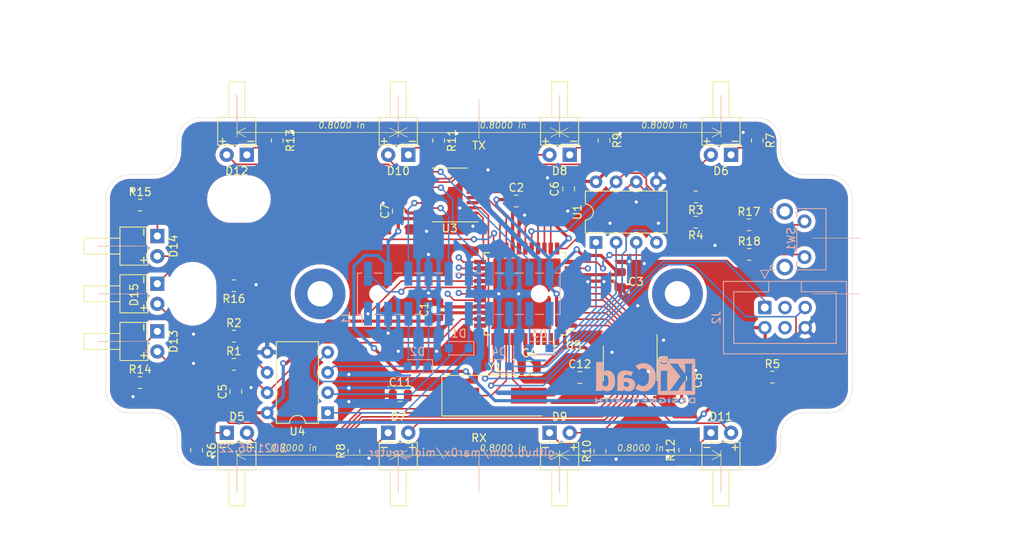
<source format=kicad_pcb>
(kicad_pcb (version 20171130) (host pcbnew "(5.1.8-0-10_14)")
  (layers (0 F.Cu signal) (31 B.Cu signal) (34 B.Paste user) (35 F.Paste user) (36 B.SilkS user) (37 F.SilkS user) (38 B.Mask user) (39 F.Mask user) (44 Edge.Cuts user))
  (net 0 "")
  (net 1 GND)
  (net 2 +3V3)
  (net 3 IN1_5V)
  (net 4 IN1_DATA)
  (net 5 IN2_DATA)
  (net 6 IN2_5V)
  (net 7 IN3_5V)
  (net 8 IN3_DATA)
  (net 9 RX0)
  (net 10 RX1)
  (net 11 RX2)
  (net 12 S_RX0)
  (net 13 S_TX0)
  (net 14 TX0)
  (net 15 S_RX1)
  (net 16 S_TX1)
  (net 17 TX1)
  (net 18 S_TUSB)
  (net 19 S_RUSB)
  (net 20 TX2)
  (net 21 S_TX2)
  (net 22 S_RX2)
  (net 23 D-)
  (net 24 D+)
  (net 25 "Net-(U5-Pad40)")
  (net 26 "Net-(U5-Pad41)")
  (net 27 "Net-(U5-Pad42)")
  (net 28 "Net-(U5-Pad43)")
  (net 29 "Net-(U5-Pad44)")
  (net 30 IN4_5V)
  (net 31 IN4_DATA)
  (net 32 RX3)
  (net 33 "Net-(U2-Pad11)")
  (net 34 +5V)
  (net 35 "Net-(C11-Pad2)")
  (net 36 "Net-(C12-Pad1)")
  (net 37 OUT4)
  (net 38 OUT3)
  (net 39 OUT2)
  (net 40 OUT1)
  (net 41 PDI_DATA)
  (net 42 "Net-(J2-Pad3)")
  (net 43 PDI_CLK)
  (net 44 "Net-(J2-Pad4)")
  (net 45 S_RX3)
  (net 46 S_TX3)
  (net 47 TX3)
  (net 48 "Net-(D5-Pad1)")
  (net 49 D_RX0)
  (net 50 "Net-(D6-Pad1)")
  (net 51 D_TX0)
  (net 52 "Net-(D7-Pad1)")
  (net 53 D_RX1)
  (net 54 D_TX1)
  (net 55 "Net-(D8-Pad1)")
  (net 56 D_RX2)
  (net 57 "Net-(D9-Pad1)")
  (net 58 D_TX2)
  (net 59 "Net-(D10-Pad1)")
  (net 60 "Net-(D11-Pad1)")
  (net 61 D_RX3)
  (net 62 D_TX3)
  (net 63 "Net-(D12-Pad1)")
  (net 64 "Net-(D13-Pad1)")
  (net 65 D_RUSB)
  (net 66 D_TUSB)
  (net 67 "Net-(D14-Pad1)")
  (net 68 "Net-(D15-Pad1)")
  (net 69 D_PWR)
  (net 70 S_PWR)
  (net 71 "Net-(U5-Pad24)")
  (net 72 "Net-(U5-Pad25)")
  (net 73 "Net-(U5-Pad28)")
  (net 74 "Net-(U5-Pad29)")
  (net 75 "Net-(U5-Pad10)")
  (net 76 "Net-(R17-Pad2)")
  (net 77 BTN)
  (module lib:SurgeryHole_5x7mm (layer F.Cu) (at 117.774 103.062 90)
    (fp_text reference REF** hide)
    (fp_text value SurgeryHole_5x7mm hide)
    (pad "" np_thru_hole oval (at 0 0 90) (size 5 7) (drill oval 5 7) (layers *.Cu *.Mask))
  )
  (module lib:SurgeryHole_5x7mm (layer F.Cu) (at 111.932 115)
    (fp_text reference REF** hide)
    (fp_text value SurgeryHole_5x7mm hide)
    (pad "" np_thru_hole oval (at 0 0) (size 5 7) (drill oval 5 7) (layers *.Cu *.Mask))
  )
  (module Symbol:KiCad-Logo2_5mm_SilkScreen (layer B.Cu) (at 168.955 125.795 180)
    (fp_text reference REF** hide)
    (fp_text value KiCad-Logo2_5mm_SilkScreen hide)
  )
  (module Package_DIP:DIP-8_W7.62mm (layer F.Cu) (at 128.95 129.986 180)
    (fp_text reference U4 (at 3.81 -2.33) (layer F.SilkS))
    (fp_text value HCPL2730)
    (pad 1 thru_hole rect (at 0 0 180) (size 1.6 1.6) (drill 0.8) (layers *.Cu *.Mask) (net 6 IN2_5V))
    (pad 5 thru_hole oval (at 7.62 7.62 180) (size 1.6 1.6) (drill 0.8) (layers *.Cu *.Mask) (net 1 GND))
    (pad 2 thru_hole oval (at 0 2.54 180) (size 1.6 1.6) (drill 0.8) (layers *.Cu *.Mask) (net 5 IN2_DATA))
    (pad 6 thru_hole oval (at 7.62 5.08 180) (size 1.6 1.6) (drill 0.8) (layers *.Cu *.Mask) (net 9 RX0))
    (pad 3 thru_hole oval (at 0 5.08 180) (size 1.6 1.6) (drill 0.8) (layers *.Cu *.Mask) (net 4 IN1_DATA))
    (pad 7 thru_hole oval (at 7.62 2.54 180) (size 1.6 1.6) (drill 0.8) (layers *.Cu *.Mask) (net 10 RX1))
    (pad 4 thru_hole oval (at 0 7.62 180) (size 1.6 1.6) (drill 0.8) (layers *.Cu *.Mask) (net 3 IN1_5V))
    (pad 8 thru_hole oval (at 7.62 0 180) (size 1.6 1.6) (drill 0.8) (layers *.Cu *.Mask) (net 2 +3V3))
  )
  (module Capacitor_SMD:C_0805_2012Metric (layer F.Cu) (at 142.793 117 90)
    (fp_text reference C1 (at 0 -1.68 90) (layer F.SilkS))
    (fp_text value 0.1uF)
    (pad 2 smd roundrect (at 0.95 0 90) (size 1 1.45) (layers F.Cu F.Paste F.Mask) (net 1 GND))
    (pad 1 smd roundrect (at -0.95 0 90) (size 1 1.45) (layers F.Cu F.Paste F.Mask) (net 2 +3V3))
  )
  (module Capacitor_SMD:C_0805_2012Metric (layer F.Cu) (at 152.699 103.316)
    (fp_text reference C2 (at 0 -1.68) (layer F.SilkS))
    (fp_text value 0.1uF)
    (pad 1 smd roundrect (at -0.95 0) (size 1 1.45) (layers F.Cu F.Paste F.Mask) (net 2 +3V3))
    (pad 2 smd roundrect (at 0.95 0) (size 1 1.45) (layers F.Cu F.Paste F.Mask) (net 1 GND))
  )
  (module Capacitor_SMD:C_0805_2012Metric (layer F.Cu) (at 165.78 113.222 270)
    (fp_text reference C3 (at 0.264367 -2) (layer F.SilkS))
    (fp_text value 0.1uF)
    (pad 2 smd roundrect (at 0.95 0 270) (size 1 1.45) (layers F.Cu F.Paste F.Mask) (net 1 GND))
    (pad 1 smd roundrect (at -0.95 0 270) (size 1 1.45) (layers F.Cu F.Paste F.Mask) (net 2 +3V3))
  )
  (module Capacitor_SMD:C_0805_2012Metric (layer F.Cu) (at 154.35 124.144)
    (fp_text reference C4 (at 0 -1.68) (layer F.SilkS))
    (fp_text value 0.1uF)
    (pad 1 smd roundrect (at -0.95 0) (size 1 1.45) (layers F.Cu F.Paste F.Mask) (net 1 GND))
    (pad 2 smd roundrect (at 0.95 0) (size 1 1.45) (layers F.Cu F.Paste F.Mask) (net 2 +3V3))
  )
  (module Capacitor_SMD:C_0805_2012Metric (layer F.Cu) (at 117.393 127.319 90)
    (fp_text reference C5 (at 0 -1.68 90) (layer F.SilkS))
    (fp_text value 0.1uF)
    (pad 1 smd roundrect (at -0.95 0 90) (size 1 1.45) (layers F.Cu F.Paste F.Mask) (net 2 +3V3))
    (pad 2 smd roundrect (at 0.95 0 90) (size 1 1.45) (layers F.Cu F.Paste F.Mask) (net 1 GND))
  )
  (module Capacitor_SMD:C_0805_2012Metric (layer F.Cu) (at 159.303 101.792 270)
    (fp_text reference C6 (at 0 1.778 90) (layer F.SilkS))
    (fp_text value 0.1uF)
    (pad 2 smd roundrect (at 0.95 0 270) (size 1 1.45) (layers F.Cu F.Paste F.Mask) (net 1 GND))
    (pad 1 smd roundrect (at -0.95 0 270) (size 1 1.45) (layers F.Cu F.Paste F.Mask) (net 2 +3V3))
  )
  (module Capacitor_SMD:C_0805_2012Metric (layer F.Cu) (at 137.84 104.586 90)
    (fp_text reference C7 (at 0 -1.68 90) (layer F.SilkS))
    (fp_text value 0.1uF)
    (pad 2 smd roundrect (at 0.95 0 90) (size 1 1.45) (layers F.Cu F.Paste F.Mask) (net 1 GND))
    (pad 1 smd roundrect (at -0.95 0 90) (size 1 1.45) (layers F.Cu F.Paste F.Mask) (net 34 +5V))
  )
  (module Capacitor_SMD:C_0805_2012Metric (layer F.Cu) (at 173.4 125.668 90)
    (fp_text reference C8 (at -0.254 2.159 90) (layer F.SilkS))
    (fp_text value 0.1uF)
    (pad 1 smd roundrect (at -0.95 0 90) (size 1 1.45) (layers F.Cu F.Paste F.Mask) (net 34 +5V))
    (pad 2 smd roundrect (at 0.95 0 90) (size 1 1.45) (layers F.Cu F.Paste F.Mask) (net 1 GND))
  )
  (module Diode_SMD:D_SOD-323_HandSoldering (layer B.Cu) (at 145.46 121.858 180)
    (fp_text reference D1 (at 0 1.85) (layer B.SilkS) (effects (justify mirror)))
    (fp_text value BAS316.115)
    (pad 1 smd rect (at -1.25 0 180) (size 1 1) (layers B.Cu B.Paste B.Mask) (net 6 IN2_5V))
    (pad 2 smd rect (at 1.25 0 180) (size 1 1) (layers B.Cu B.Paste B.Mask) (net 5 IN2_DATA))
  )
  (module Diode_SMD:D_SOD-323_HandSoldering (layer B.Cu) (at 140.253 124.144 180)
    (fp_text reference D2 (at 0 1.85) (layer B.SilkS) (effects (justify mirror)))
    (fp_text value BAS316.115)
    (pad 2 smd rect (at 1.25 0 180) (size 1 1) (layers B.Cu B.Paste B.Mask) (net 4 IN1_DATA))
    (pad 1 smd rect (at -1.25 0 180) (size 1 1) (layers B.Cu B.Paste B.Mask) (net 3 IN1_5V))
  )
  (module Diode_SMD:D_SOD-323_HandSoldering (layer B.Cu) (at 155.62 121.858 180)
    (fp_text reference D3 (at 0 1.85) (layer B.SilkS) (effects (justify mirror)))
    (fp_text value BAS316.115)
    (pad 1 smd rect (at -1.25 0 180) (size 1 1) (layers B.Cu B.Paste B.Mask) (net 30 IN4_5V))
    (pad 2 smd rect (at 1.25 0 180) (size 1 1) (layers B.Cu B.Paste B.Mask) (net 31 IN4_DATA))
  )
  (module Resistor_SMD:R_0805_2012Metric (layer F.Cu) (at 117.139 123.89)
    (fp_text reference R1 (at 0 -1.65) (layer F.SilkS))
    (fp_text value 470)
    (pad 1 smd roundrect (at -0.9125 0) (size 1.025 1.4) (layers F.Cu F.Paste F.Mask) (roundrect_rratio 0.2439014634146341) (net 2 +3V3))
    (pad 2 smd roundrect (at 0.9125 0) (size 1.025 1.4) (layers F.Cu F.Paste F.Mask) (roundrect_rratio 0.2439014634146341) (net 10 RX1))
  )
  (module Resistor_SMD:R_0805_2012Metric (layer F.Cu) (at 117.139 120.334)
    (fp_text reference R2 (at 0 -1.65) (layer F.SilkS))
    (fp_text value 470)
    (pad 2 smd roundrect (at 0.9125 0) (size 1.025 1.4) (layers F.Cu F.Paste F.Mask) (roundrect_rratio 0.2439014634146341) (net 9 RX0))
    (pad 1 smd roundrect (at -0.9125 0) (size 1.025 1.4) (layers F.Cu F.Paste F.Mask) (roundrect_rratio 0.2439014634146341) (net 2 +3V3))
  )
  (module Resistor_SMD:R_0805_2012Metric (layer F.Cu) (at 175.305 102.808 180)
    (fp_text reference R3 (at 0 -1.65) (layer F.SilkS))
    (fp_text value 470)
    (pad 1 smd roundrect (at -0.9125 0 180) (size 1.025 1.4) (layers F.Cu F.Paste F.Mask) (roundrect_rratio 0.2439014634146341) (net 2 +3V3))
    (pad 2 smd roundrect (at 0.9125 0 180) (size 1.025 1.4) (layers F.Cu F.Paste F.Mask) (roundrect_rratio 0.2439014634146341) (net 32 RX3))
  )
  (module Package_DIP:DIP-8_W7.62mm (layer F.Cu) (at 162.732 108.523 90)
    (fp_text reference U1 (at 3.81 -2.33 90) (layer F.SilkS))
    (fp_text value HCPL2730)
    (pad 1 thru_hole rect (at 0 0 90) (size 1.6 1.6) (drill 0.8) (layers *.Cu *.Mask) (net 30 IN4_5V))
    (pad 5 thru_hole oval (at 7.62 7.62 90) (size 1.6 1.6) (drill 0.8) (layers *.Cu *.Mask) (net 1 GND))
    (pad 2 thru_hole oval (at 0 2.54 90) (size 1.6 1.6) (drill 0.8) (layers *.Cu *.Mask) (net 31 IN4_DATA))
    (pad 6 thru_hole oval (at 7.62 5.08 90) (size 1.6 1.6) (drill 0.8) (layers *.Cu *.Mask) (net 11 RX2))
    (pad 3 thru_hole oval (at 0 5.08 90) (size 1.6 1.6) (drill 0.8) (layers *.Cu *.Mask) (net 8 IN3_DATA))
    (pad 7 thru_hole oval (at 7.62 2.54 90) (size 1.6 1.6) (drill 0.8) (layers *.Cu *.Mask) (net 32 RX3))
    (pad 4 thru_hole oval (at 0 7.62 90) (size 1.6 1.6) (drill 0.8) (layers *.Cu *.Mask) (net 7 IN3_5V))
    (pad 8 thru_hole oval (at 7.62 0 90) (size 1.6 1.6) (drill 0.8) (layers *.Cu *.Mask) (net 2 +3V3))
  )
  (module Package_QFP:TQFP-44_10x10mm_P0.8mm (layer F.Cu) (at 153.842 115 180)
    (fp_text reference U5 (at -6.096 -6.477) (layer F.SilkS))
    (fp_text value ATxmega32A4U-AU)
    (pad 1 smd rect (at -5.7 -4 180) (size 1.5 0.55) (layers F.Cu F.Paste F.Mask) (net 18 S_TUSB))
    (pad 2 smd rect (at -5.7 -3.2 180) (size 1.5 0.55) (layers F.Cu F.Paste F.Mask) (net 70 S_PWR))
    (pad 3 smd rect (at -5.7 -2.4 180) (size 1.5 0.55) (layers F.Cu F.Paste F.Mask) (net 19 S_RUSB))
    (pad 4 smd rect (at -5.7 -1.6 180) (size 1.5 0.55) (layers F.Cu F.Paste F.Mask) (net 12 S_RX0))
    (pad 5 smd rect (at -5.7 -0.8 180) (size 1.5 0.55) (layers F.Cu F.Paste F.Mask) (net 15 S_RX1))
    (pad 6 smd rect (at -5.7 0 180) (size 1.5 0.55) (layers F.Cu F.Paste F.Mask) (net 22 S_RX2))
    (pad 7 smd rect (at -5.7 0.8 180) (size 1.5 0.55) (layers F.Cu F.Paste F.Mask) (net 45 S_RX3))
    (pad 8 smd rect (at -5.7 1.6 180) (size 1.5 0.55) (layers F.Cu F.Paste F.Mask) (net 1 GND))
    (pad 9 smd rect (at -5.7 2.4 180) (size 1.5 0.55) (layers F.Cu F.Paste F.Mask) (net 2 +3V3))
    (pad 10 smd rect (at -5.7 3.2 180) (size 1.5 0.55) (layers F.Cu F.Paste F.Mask) (net 75 "Net-(U5-Pad10)"))
    (pad 11 smd rect (at -5.7 4 180) (size 1.5 0.55) (layers F.Cu F.Paste F.Mask) (net 77 BTN))
    (pad 12 smd rect (at -4 5.7 270) (size 1.5 0.55) (layers F.Cu F.Paste F.Mask) (net 11 RX2))
    (pad 13 smd rect (at -3.2 5.7 270) (size 1.5 0.55) (layers F.Cu F.Paste F.Mask) (net 14 TX0))
    (pad 14 smd rect (at -2.4 5.7 270) (size 1.5 0.55) (layers F.Cu F.Paste F.Mask) (net 16 S_TX1))
    (pad 15 smd rect (at -1.6 5.7 270) (size 1.5 0.55) (layers F.Cu F.Paste F.Mask) (net 13 S_TX0))
    (pad 16 smd rect (at -0.8 5.7 270) (size 1.5 0.55) (layers F.Cu F.Paste F.Mask) (net 32 RX3))
    (pad 17 smd rect (at 0 5.7 270) (size 1.5 0.55) (layers F.Cu F.Paste F.Mask) (net 17 TX1))
    (pad 18 smd rect (at 0.8 5.7 270) (size 1.5 0.55) (layers F.Cu F.Paste F.Mask) (net 1 GND))
    (pad 19 smd rect (at 1.6 5.7 270) (size 1.5 0.55) (layers F.Cu F.Paste F.Mask) (net 2 +3V3))
    (pad 20 smd rect (at 2.4 5.7 270) (size 1.5 0.55) (layers F.Cu F.Paste F.Mask) (net 21 S_TX2))
    (pad 21 smd rect (at 3.2 5.7 270) (size 1.5 0.55) (layers F.Cu F.Paste F.Mask) (net 46 S_TX3))
    (pad 22 smd rect (at 4 5.7 270) (size 1.5 0.55) (layers F.Cu F.Paste F.Mask) (net 9 RX0))
    (pad 23 smd rect (at 5.7 4 180) (size 1.5 0.55) (layers F.Cu F.Paste F.Mask) (net 20 TX2))
    (pad 24 smd rect (at 5.7 3.2 180) (size 1.5 0.55) (layers F.Cu F.Paste F.Mask) (net 71 "Net-(U5-Pad24)"))
    (pad 25 smd rect (at 5.7 2.4 180) (size 1.5 0.55) (layers F.Cu F.Paste F.Mask) (net 72 "Net-(U5-Pad25)"))
    (pad 26 smd rect (at 5.7 1.6 180) (size 1.5 0.55) (layers F.Cu F.Paste F.Mask) (net 23 D-))
    (pad 27 smd rect (at 5.7 0.8 180) (size 1.5 0.55) (layers F.Cu F.Paste F.Mask) (net 24 D+))
    (pad 28 smd rect (at 5.7 0 180) (size 1.5 0.55) (layers F.Cu F.Paste F.Mask) (net 73 "Net-(U5-Pad28)"))
    (pad 29 smd rect (at 5.7 -0.8 180) (size 1.5 0.55) (layers F.Cu F.Paste F.Mask) (net 74 "Net-(U5-Pad29)"))
    (pad 30 smd rect (at 5.7 -1.6 180) (size 1.5 0.55) (layers F.Cu F.Paste F.Mask) (net 1 GND))
    (pad 31 smd rect (at 5.7 -2.4 180) (size 1.5 0.55) (layers F.Cu F.Paste F.Mask) (net 2 +3V3))
    (pad 32 smd rect (at 5.7 -3.2 180) (size 1.5 0.55) (layers F.Cu F.Paste F.Mask) (net 10 RX1))
    (pad 33 smd rect (at 5.7 -4 180) (size 1.5 0.55) (layers F.Cu F.Paste F.Mask) (net 47 TX3))
    (pad 34 smd rect (at 4 -5.7 270) (size 1.5 0.55) (layers F.Cu F.Paste F.Mask) (net 41 PDI_DATA))
    (pad 35 smd rect (at 3.2 -5.7 270) (size 1.5 0.55) (layers F.Cu F.Paste F.Mask) (net 43 PDI_CLK))
    (pad 36 smd rect (at 2.4 -5.7 270) (size 1.5 0.55) (layers F.Cu F.Paste F.Mask) (net 35 "Net-(C11-Pad2)"))
    (pad 37 smd rect (at 1.6 -5.7 270) (size 1.5 0.55) (layers F.Cu F.Paste F.Mask) (net 36 "Net-(C12-Pad1)"))
    (pad 38 smd rect (at 0.8 -5.7 270) (size 1.5 0.55) (layers F.Cu F.Paste F.Mask) (net 1 GND))
    (pad 39 smd rect (at 0 -5.7 270) (size 1.5 0.55) (layers F.Cu F.Paste F.Mask) (net 2 +3V3))
    (pad 40 smd rect (at -0.8 -5.7 270) (size 1.5 0.55) (layers F.Cu F.Paste F.Mask) (net 25 "Net-(U5-Pad40)"))
    (pad 41 smd rect (at -1.6 -5.7 270) (size 1.5 0.55) (layers F.Cu F.Paste F.Mask) (net 26 "Net-(U5-Pad41)"))
    (pad 42 smd rect (at -2.4 -5.7 270) (size 1.5 0.55) (layers F.Cu F.Paste F.Mask) (net 27 "Net-(U5-Pad42)"))
    (pad 43 smd rect (at -3.2 -5.7 270) (size 1.5 0.55) (layers F.Cu F.Paste F.Mask) (net 28 "Net-(U5-Pad43)"))
    (pad 44 smd rect (at -4 -5.7 270) (size 1.5 0.55) (layers F.Cu F.Paste F.Mask) (net 29 "Net-(U5-Pad44)"))
  )
  (module Diode_SMD:D_SOD-323_HandSoldering (layer B.Cu) (at 150.54 124.144 180)
    (fp_text reference D4 (at 0 1.85) (layer B.SilkS) (effects (justify mirror)))
    (fp_text value BAS316.115)
    (pad 1 smd rect (at -1.25 0 180) (size 1 1) (layers B.Cu B.Paste B.Mask) (net 7 IN3_5V))
    (pad 2 smd rect (at 1.25 0 180) (size 1 1) (layers B.Cu B.Paste B.Mask) (net 8 IN3_DATA))
  )
  (module MountingHole:MountingHole_3.2mm_M3_Pad (layer F.Cu) (at 128 115)
    (fp_text reference H5 hide)
    (fp_text value MountingHole)
    (pad 1 thru_hole circle (at 0 0) (size 6.4 6.4) (drill 3.2) (layers *.Cu *.Mask))
  )
  (module MountingHole:MountingHole_3.2mm_M3_Pad (layer F.Cu) (at 173 115)
    (fp_text reference H6 hide)
    (fp_text value MountingHole)
    (pad 1 thru_hole circle (at 0 0) (size 6.4 6.4) (drill 3.2) (layers *.Cu *.Mask))
  )
  (module Resistor_SMD:R_0805_2012Metric (layer F.Cu) (at 175.305 105.983 180)
    (fp_text reference R4 (at 0 -1.65) (layer F.SilkS))
    (fp_text value 470)
    (pad 1 smd roundrect (at -0.9125 0 180) (size 1.025 1.4) (layers F.Cu F.Paste F.Mask) (roundrect_rratio 0.2439014634146341) (net 2 +3V3))
    (pad 2 smd roundrect (at 0.9125 0 180) (size 1.025 1.4) (layers F.Cu F.Paste F.Mask) (roundrect_rratio 0.2439014634146341) (net 11 RX2))
  )
  (module Package_SO:TSSOP-20_4.4x6.5mm_P0.65mm (layer F.Cu) (at 167.05 123.763 270)
    (fp_text reference U2 (at 0 -4.2 90) (layer F.SilkS))
    (fp_text value 74HCT541)
    (pad 1 smd roundrect (at -2.8625 -2.925 270) (size 1.475 0.4) (layers F.Cu F.Paste F.Mask) (net 1 GND))
    (pad 2 smd roundrect (at -2.8625 -2.275 270) (size 1.475 0.4) (layers F.Cu F.Paste F.Mask) (net 45 S_RX3))
    (pad 3 smd roundrect (at -2.8625 -1.625 270) (size 1.475 0.4) (layers F.Cu F.Paste F.Mask) (net 22 S_RX2))
    (pad 4 smd roundrect (at -2.8625 -0.975 270) (size 1.475 0.4) (layers F.Cu F.Paste F.Mask) (net 15 S_RX1))
    (pad 5 smd roundrect (at -2.8625 -0.325 270) (size 1.475 0.4) (layers F.Cu F.Paste F.Mask) (net 12 S_RX0))
    (pad 6 smd roundrect (at -2.8625 0.325 270) (size 1.475 0.4) (layers F.Cu F.Paste F.Mask) (net 19 S_RUSB))
    (pad 7 smd roundrect (at -2.8625 0.975 270) (size 1.475 0.4) (layers F.Cu F.Paste F.Mask) (net 70 S_PWR))
    (pad 8 smd roundrect (at -2.8625 1.625 270) (size 1.475 0.4) (layers F.Cu F.Paste F.Mask) (net 18 S_TUSB))
    (pad 9 smd roundrect (at -2.8625 2.275 270) (size 1.475 0.4) (layers F.Cu F.Paste F.Mask) (net 1 GND))
    (pad 10 smd roundrect (at -2.8625 2.925 270) (size 1.475 0.4) (layers F.Cu F.Paste F.Mask) (net 1 GND))
    (pad 11 smd roundrect (at 2.8625 2.925 270) (size 1.475 0.4) (layers F.Cu F.Paste F.Mask) (net 33 "Net-(U2-Pad11)"))
    (pad 12 smd roundrect (at 2.8625 2.275 270) (size 1.475 0.4) (layers F.Cu F.Paste F.Mask) (net 66 D_TUSB))
    (pad 13 smd roundrect (at 2.8625 1.625 270) (size 1.475 0.4) (layers F.Cu F.Paste F.Mask) (net 69 D_PWR))
    (pad 14 smd roundrect (at 2.8625 0.975 270) (size 1.475 0.4) (layers F.Cu F.Paste F.Mask) (net 65 D_RUSB))
    (pad 15 smd roundrect (at 2.8625 0.325 270) (size 1.475 0.4) (layers F.Cu F.Paste F.Mask) (net 49 D_RX0))
    (pad 16 smd roundrect (at 2.8625 -0.325 270) (size 1.475 0.4) (layers F.Cu F.Paste F.Mask) (net 53 D_RX1))
    (pad 17 smd roundrect (at 2.8625 -0.975 270) (size 1.475 0.4) (layers F.Cu F.Paste F.Mask) (net 56 D_RX2))
    (pad 18 smd roundrect (at 2.8625 -1.625 270) (size 1.475 0.4) (layers F.Cu F.Paste F.Mask) (net 61 D_RX3))
    (pad 19 smd roundrect (at 2.8625 -2.275 270) (size 1.475 0.4) (layers F.Cu F.Paste F.Mask) (net 1 GND))
    (pad 20 smd roundrect (at 2.8625 -2.925 270) (size 1.475 0.4) (layers F.Cu F.Paste F.Mask) (net 34 +5V))
  )
  (module Package_SO:TSSOP-20_4.4x6.5mm_P0.65mm (layer F.Cu) (at 144.317 102.554 180)
    (fp_text reference U3 (at 0 -4.2) (layer F.SilkS))
    (fp_text value 74HCT541)
    (pad 20 smd roundrect (at 2.8625 -2.925 180) (size 1.475 0.4) (layers F.Cu F.Paste F.Mask) (net 34 +5V))
    (pad 19 smd roundrect (at 2.8625 -2.275 180) (size 1.475 0.4) (layers F.Cu F.Paste F.Mask) (net 1 GND))
    (pad 18 smd roundrect (at 2.8625 -1.625 180) (size 1.475 0.4) (layers F.Cu F.Paste F.Mask) (net 38 OUT3))
    (pad 17 smd roundrect (at 2.8625 -0.975 180) (size 1.475 0.4) (layers F.Cu F.Paste F.Mask) (net 37 OUT4))
    (pad 16 smd roundrect (at 2.8625 -0.325 180) (size 1.475 0.4) (layers F.Cu F.Paste F.Mask) (net 62 D_TX3))
    (pad 15 smd roundrect (at 2.8625 0.325 180) (size 1.475 0.4) (layers F.Cu F.Paste F.Mask) (net 58 D_TX2))
    (pad 14 smd roundrect (at 2.8625 0.975 180) (size 1.475 0.4) (layers F.Cu F.Paste F.Mask) (net 39 OUT2))
    (pad 13 smd roundrect (at 2.8625 1.625 180) (size 1.475 0.4) (layers F.Cu F.Paste F.Mask) (net 51 D_TX0))
    (pad 12 smd roundrect (at 2.8625 2.275 180) (size 1.475 0.4) (layers F.Cu F.Paste F.Mask) (net 54 D_TX1))
    (pad 11 smd roundrect (at 2.8625 2.925 180) (size 1.475 0.4) (layers F.Cu F.Paste F.Mask) (net 40 OUT1))
    (pad 10 smd roundrect (at -2.8625 2.925 180) (size 1.475 0.4) (layers F.Cu F.Paste F.Mask) (net 1 GND))
    (pad 9 smd roundrect (at -2.8625 2.275 180) (size 1.475 0.4) (layers F.Cu F.Paste F.Mask) (net 14 TX0))
    (pad 8 smd roundrect (at -2.8625 1.625 180) (size 1.475 0.4) (layers F.Cu F.Paste F.Mask) (net 16 S_TX1))
    (pad 7 smd roundrect (at -2.8625 0.975 180) (size 1.475 0.4) (layers F.Cu F.Paste F.Mask) (net 13 S_TX0))
    (pad 6 smd roundrect (at -2.8625 0.325 180) (size 1.475 0.4) (layers F.Cu F.Paste F.Mask) (net 17 TX1))
    (pad 5 smd roundrect (at -2.8625 -0.325 180) (size 1.475 0.4) (layers F.Cu F.Paste F.Mask) (net 21 S_TX2))
    (pad 4 smd roundrect (at -2.8625 -0.975 180) (size 1.475 0.4) (layers F.Cu F.Paste F.Mask) (net 46 S_TX3))
    (pad 3 smd roundrect (at -2.8625 -1.625 180) (size 1.475 0.4) (layers F.Cu F.Paste F.Mask) (net 47 TX3))
    (pad 2 smd roundrect (at -2.8625 -2.275 180) (size 1.475 0.4) (layers F.Cu F.Paste F.Mask) (net 20 TX2))
    (pad 1 smd roundrect (at -2.8625 -2.925 180) (size 1.475 0.4) (layers F.Cu F.Paste F.Mask) (net 1 GND))
  )
  (module Capacitor_SMD:C_0805_2012Metric (layer F.Cu) (at 138.094 127.827)
    (fp_text reference C11 (at 0 -1.68) (layer F.SilkS))
    (fp_text value 15p)
    (pad 1 smd roundrect (at -0.95 0) (size 1 1.45) (layers F.Cu F.Paste F.Mask) (net 1 GND))
    (pad 2 smd roundrect (at 0.95 0) (size 1 1.45) (layers F.Cu F.Paste F.Mask) (net 35 "Net-(C11-Pad2)"))
  )
  (module Capacitor_SMD:C_0805_2012Metric (layer F.Cu) (at 160.7 125.541)
    (fp_text reference C12 (at 0 -1.68) (layer F.SilkS))
    (fp_text value 15p)
    (pad 2 smd roundrect (at 0.95 0) (size 1 1.45) (layers F.Cu F.Paste F.Mask) (net 1 GND))
    (pad 1 smd roundrect (at -0.95 0) (size 1 1.45) (layers F.Cu F.Paste F.Mask) (net 36 "Net-(C12-Pad1)"))
  )
  (module Connector_IDC:IDC-Header_2x03_P2.54mm_Vertical (layer B.Cu) (at 184 116.73 270)
    (fp_text reference J2 (at 1.27 6.1 90) (layer B.SilkS) (effects (justify mirror)))
    (fp_text value Conn_02x03_Odd_Even)
    (pad 1 thru_hole roundrect (at 0 0 270) (size 1.7 1.7) (drill 1) (layers *.Cu *.Mask) (roundrect_rratio 0.1470588235294118) (net 41 PDI_DATA))
    (pad 3 thru_hole circle (at 0 -2.54 270) (size 1.7 1.7) (drill 1) (layers *.Cu *.Mask) (net 42 "Net-(J2-Pad3)"))
    (pad 5 thru_hole circle (at 0 -5.08 270) (size 1.7 1.7) (drill 1) (layers *.Cu *.Mask) (net 43 PDI_CLK))
    (pad 2 thru_hole circle (at 2.54 0 270) (size 1.7 1.7) (drill 1) (layers *.Cu *.Mask) (net 2 +3V3))
    (pad 4 thru_hole circle (at 2.54 -2.54 270) (size 1.7 1.7) (drill 1) (layers *.Cu *.Mask) (net 44 "Net-(J2-Pad4)"))
    (pad 6 thru_hole circle (at 2.54 -5.08 270) (size 1.7 1.7) (drill 1) (layers *.Cu *.Mask) (net 1 GND))
  )
  (module Resistor_SMD:R_0805_2012Metric (layer F.Cu) (at 184.957 125.493)
    (fp_text reference R5 (at 0 -1.65) (layer F.SilkS))
    (fp_text value 10k)
    (pad 1 smd roundrect (at -0.9125 0) (size 1.025 1.4) (layers F.Cu F.Paste F.Mask) (roundrect_rratio 0.2439014634146341) (net 2 +3V3))
    (pad 2 smd roundrect (at 0.9125 0) (size 1.025 1.4) (layers F.Cu F.Paste F.Mask) (roundrect_rratio 0.2439014634146341) (net 43 PDI_CLK))
  )
  (module Crystal:Crystal_SMD_HC49-SD (layer F.Cu) (at 150.032 127.827)
    (fp_text reference Y1 (at 0 -3.55) (layer F.SilkS))
    (fp_text value 16MHz)
    (pad 1 smd rect (at -4.25 0) (size 4.5 2) (layers F.Cu F.Paste F.Mask) (net 35 "Net-(C11-Pad2)"))
    (pad 2 smd rect (at 4.25 0) (size 4.5 2) (layers F.Cu F.Paste F.Mask) (net 36 "Net-(C12-Pad1)"))
  )
  (module Resistor_SMD:R_0805_2012Metric (layer F.Cu) (at 112.44 134.685 90)
    (fp_text reference R6 (at 0 1.905 90) (layer F.SilkS))
    (fp_text value 470)
    (pad 2 smd roundrect (at 0.9125 0 90) (size 1.025 1.4) (layers F.Cu F.Paste F.Mask) (roundrect_rratio 0.2439014634146341) (net 48 "Net-(D5-Pad1)"))
    (pad 1 smd roundrect (at -0.9125 0 90) (size 1.025 1.4) (layers F.Cu F.Paste F.Mask) (roundrect_rratio 0.2439014634146341) (net 1 GND))
  )
  (module Resistor_SMD:R_0805_2012Metric (layer F.Cu) (at 183.052 95.696 270)
    (fp_text reference R7 (at 0 -1.65 90) (layer F.SilkS))
    (fp_text value 470)
    (pad 1 smd roundrect (at -0.9125 0 270) (size 1.025 1.4) (layers F.Cu F.Paste F.Mask) (roundrect_rratio 0.2439014634146341) (net 1 GND))
    (pad 2 smd roundrect (at 0.9125 0 270) (size 1.025 1.4) (layers F.Cu F.Paste F.Mask) (roundrect_rratio 0.2439014634146341) (net 50 "Net-(D6-Pad1)"))
  )
  (module Resistor_SMD:R_0805_2012Metric (layer F.Cu) (at 132.252 134.812 90)
    (fp_text reference R8 (at 0 -1.65 90) (layer F.SilkS))
    (fp_text value 470)
    (pad 2 smd roundrect (at 0.9125 0 90) (size 1.025 1.4) (layers F.Cu F.Paste F.Mask) (roundrect_rratio 0.2439014634146341) (net 52 "Net-(D7-Pad1)"))
    (pad 1 smd roundrect (at -0.9125 0 90) (size 1.025 1.4) (layers F.Cu F.Paste F.Mask) (roundrect_rratio 0.2439014634146341) (net 1 GND))
  )
  (module Resistor_SMD:R_0805_2012Metric (layer F.Cu) (at 163.748 95.696 270)
    (fp_text reference R9 (at 0 -1.65 90) (layer F.SilkS))
    (fp_text value 470)
    (pad 1 smd roundrect (at -0.9125 0 270) (size 1.025 1.4) (layers F.Cu F.Paste F.Mask) (roundrect_rratio 0.2439014634146341) (net 1 GND))
    (pad 2 smd roundrect (at 0.9125 0 270) (size 1.025 1.4) (layers F.Cu F.Paste F.Mask) (roundrect_rratio 0.2439014634146341) (net 55 "Net-(D8-Pad1)"))
  )
  (module Resistor_SMD:R_0805_2012Metric (layer F.Cu) (at 163.24 134.812 90)
    (fp_text reference R10 (at 0 -1.65 90) (layer F.SilkS))
    (fp_text value 470)
    (pad 2 smd roundrect (at 0.9125 0 90) (size 1.025 1.4) (layers F.Cu F.Paste F.Mask) (roundrect_rratio 0.2439014634146341) (net 57 "Net-(D9-Pad1)"))
    (pad 1 smd roundrect (at -0.9125 0 90) (size 1.025 1.4) (layers F.Cu F.Paste F.Mask) (roundrect_rratio 0.2439014634146341) (net 1 GND))
  )
  (module Resistor_SMD:R_0805_2012Metric (layer F.Cu) (at 142.92 95.696 270)
    (fp_text reference R11 (at 0 -1.65 90) (layer F.SilkS))
    (fp_text value 470)
    (pad 1 smd roundrect (at -0.9125 0 270) (size 1.025 1.4) (layers F.Cu F.Paste F.Mask) (roundrect_rratio 0.2439014634146341) (net 1 GND))
    (pad 2 smd roundrect (at 0.9125 0 270) (size 1.025 1.4) (layers F.Cu F.Paste F.Mask) (roundrect_rratio 0.2439014634146341) (net 59 "Net-(D10-Pad1)"))
  )
  (module Resistor_SMD:R_0805_2012Metric (layer F.Cu) (at 173.908 134.685 90)
    (fp_text reference R12 (at 0 -1.778 90) (layer F.SilkS))
    (fp_text value 470)
    (pad 2 smd roundrect (at 0.9125 0 90) (size 1.025 1.4) (layers F.Cu F.Paste F.Mask) (roundrect_rratio 0.2439014634146341) (net 60 "Net-(D11-Pad1)"))
    (pad 1 smd roundrect (at -0.9125 0 90) (size 1.025 1.4) (layers F.Cu F.Paste F.Mask) (roundrect_rratio 0.2439014634146341) (net 1 GND))
  )
  (module Resistor_SMD:R_0805_2012Metric (layer F.Cu) (at 122.6 95.696 270)
    (fp_text reference R13 (at 0 -1.65 90) (layer F.SilkS))
    (fp_text value 470)
    (pad 1 smd roundrect (at -0.9125 0 270) (size 1.025 1.4) (layers F.Cu F.Paste F.Mask) (roundrect_rratio 0.2439014634146341) (net 1 GND))
    (pad 2 smd roundrect (at 0.9125 0 270) (size 1.025 1.4) (layers F.Cu F.Paste F.Mask) (roundrect_rratio 0.2439014634146341) (net 63 "Net-(D12-Pad1)"))
  )
  (module Resistor_SMD:R_0805_2012Metric (layer F.Cu) (at 105.328 126.176)
    (fp_text reference R14 (at 0 -1.65) (layer F.SilkS))
    (fp_text value 470)
    (pad 2 smd roundrect (at 0.9125 0) (size 1.025 1.4) (layers F.Cu F.Paste F.Mask) (roundrect_rratio 0.2439014634146341) (net 64 "Net-(D13-Pad1)"))
    (pad 1 smd roundrect (at -0.9125 0) (size 1.025 1.4) (layers F.Cu F.Paste F.Mask) (roundrect_rratio 0.2439014634146341) (net 1 GND))
  )
  (module Resistor_SMD:R_0805_2012Metric (layer F.Cu) (at 105.328 103.824)
    (fp_text reference R15 (at 0 -1.65) (layer F.SilkS))
    (fp_text value 470)
    (pad 1 smd roundrect (at -0.9125 0) (size 1.025 1.4) (layers F.Cu F.Paste F.Mask) (roundrect_rratio 0.2439014634146341) (net 1 GND))
    (pad 2 smd roundrect (at 0.9125 0) (size 1.025 1.4) (layers F.Cu F.Paste F.Mask) (roundrect_rratio 0.2439014634146341) (net 67 "Net-(D14-Pad1)"))
  )
  (module Resistor_SMD:R_0805_2012Metric (layer F.Cu) (at 117.139 113.984 180)
    (fp_text reference R16 (at 0 -1.65) (layer F.SilkS))
    (fp_text value 470)
    (pad 1 smd roundrect (at -0.9125 0 180) (size 1.025 1.4) (layers F.Cu F.Paste F.Mask) (roundrect_rratio 0.2439014634146341) (net 1 GND))
    (pad 2 smd roundrect (at 0.9125 0 180) (size 1.025 1.4) (layers F.Cu F.Paste F.Mask) (roundrect_rratio 0.2439014634146341) (net 68 "Net-(D15-Pad1)"))
  )
  (module lib:PinSocket_2x10_P2.54mm_Vertical_SMD (layer B.Cu) (at 145.46 115 270)
    (fp_text reference J1 (at 3.048 14.2 270) (layer B.SilkS) (effects (justify mirror)))
    (fp_text value Conn_02x10_Odd_Even)
    (pad 1 smd rect (at 2.52 11.43 270) (size 3 1) (layers B.Cu B.Paste B.Mask) (net 23 D-))
    (pad 2 smd rect (at -2.52 11.43 270) (size 3 1) (layers B.Cu B.Paste B.Mask) (net 24 D+))
    (pad 3 smd rect (at 2.52 8.89 270) (size 3 1) (layers B.Cu B.Paste B.Mask) (net 1 GND))
    (pad 4 smd rect (at -2.52 8.89 270) (size 3 1) (layers B.Cu B.Paste B.Mask) (net 34 +5V))
    (pad 5 smd rect (at 2.52 6.35 270) (size 3 1) (layers B.Cu B.Paste B.Mask) (net 4 IN1_DATA))
    (pad 6 smd rect (at -2.52 6.35 270) (size 3 1) (layers B.Cu B.Paste B.Mask) (net 37 OUT4))
    (pad 7 smd rect (at 2.52 3.81 270) (size 3 1) (layers B.Cu B.Paste B.Mask) (net 3 IN1_5V))
    (pad 8 smd rect (at -2.52 3.81 270) (size 3 1) (layers B.Cu B.Paste B.Mask) (net 1 GND))
    (pad 9 smd rect (at 2.52 1.27 270) (size 3 1) (layers B.Cu B.Paste B.Mask) (net 5 IN2_DATA))
    (pad 10 smd rect (at -2.52 1.27 270) (size 3 1) (layers B.Cu B.Paste B.Mask) (net 38 OUT3))
    (pad 11 smd rect (at 2.52 -1.27 270) (size 3 1) (layers B.Cu B.Paste B.Mask) (net 6 IN2_5V))
    (pad 12 smd rect (at -2.52 -1.27 270) (size 3 1) (layers B.Cu B.Paste B.Mask) (net 1 GND))
    (pad 13 smd rect (at 2.52 -3.81 270) (size 3 1) (layers B.Cu B.Paste B.Mask) (net 8 IN3_DATA))
    (pad 14 smd rect (at -2.52 -3.81 270) (size 3 1) (layers B.Cu B.Paste B.Mask) (net 39 OUT2))
    (pad 15 smd rect (at 2.52 -6.35 270) (size 3 1) (layers B.Cu B.Paste B.Mask) (net 7 IN3_5V))
    (pad 16 smd rect (at -2.52 -6.35 270) (size 3 1) (layers B.Cu B.Paste B.Mask) (net 1 GND))
    (pad 17 smd rect (at 2.52 -8.89 270) (size 3 1) (layers B.Cu B.Paste B.Mask) (net 31 IN4_DATA))
    (pad 18 smd rect (at -2.52 -8.89 270) (size 3 1) (layers B.Cu B.Paste B.Mask) (net 40 OUT1))
    (pad 19 smd rect (at 2.52 -11.43 270) (size 3 1) (layers B.Cu B.Paste B.Mask) (net 30 IN4_5V))
    (pad 20 smd rect (at -2.52 -11.43 270) (size 3 1) (layers B.Cu B.Paste B.Mask) (net 2 +3V3))
    (pad "" np_thru_hole circle (at 0 10.16 270) (size 1.2 1.2) (drill 1.2) (layers *.Cu *.Mask))
    (pad "" np_thru_hole circle (at 0 -10.16 270) (size 1.2 1.2) (drill 1.2) (layers *.Cu *.Mask))
  )
  (module Resistor_SMD:R_0805_2012Metric (layer F.Cu) (at 182 106.316)
    (fp_text reference R17 (at 0 -1.65) (layer F.SilkS))
    (fp_text value 100)
    (pad 1 smd roundrect (at -0.9125 0) (size 1.025 1.4) (layers F.Cu F.Paste F.Mask) (roundrect_rratio 0.2439014634146341) (net 1 GND))
    (pad 2 smd roundrect (at 0.9125 0) (size 1.025 1.4) (layers F.Cu F.Paste F.Mask) (roundrect_rratio 0.2439014634146341) (net 76 "Net-(R17-Pad2)"))
  )
  (module Button_Switch_THT:SW_Tactile_SPST_Angled_PTS645Vx58-2LFS (layer B.Cu) (at 189 110.38 90)
    (fp_text reference SW1 (at 2.25 -1.68 90) (layer B.SilkS) (effects (justify mirror)))
    (fp_text value SW_Push)
    (pad "" thru_hole circle (at 5.76 -2.49 90) (size 2.1 2.1) (drill 1.3) (layers *.Cu *.Mask))
    (pad 2 thru_hole circle (at 4.5 0 90) (size 1.75 1.75) (drill 0.99) (layers *.Cu *.Mask) (net 76 "Net-(R17-Pad2)"))
    (pad 1 thru_hole circle (at 0 0 90) (size 1.75 1.75) (drill 0.99) (layers *.Cu *.Mask) (net 77 BTN))
    (pad "" thru_hole circle (at -1.25 -2.49 90) (size 2.1 2.1) (drill 1.3) (layers *.Cu *.Mask))
  )
  (module Resistor_SMD:R_0805_2012Metric (layer F.Cu) (at 182.036 110.047)
    (fp_text reference R18 (at 0 -1.65) (layer F.SilkS))
    (fp_text value 10k)
    (pad 1 smd roundrect (at -0.9125 0) (size 1.025 1.4) (layers F.Cu F.Paste F.Mask) (roundrect_rratio 0.2439014634146341) (net 2 +3V3))
    (pad 2 smd roundrect (at 0.9125 0) (size 1.025 1.4) (layers F.Cu F.Paste F.Mask) (roundrect_rratio 0.2439014634146341) (net 77 BTN))
  )
  (module lib:LED_D2.0mm_W4.8mm_Horizontal_O1.27mm_Z2.0mm (layer F.Cu) (at 118.77 97.5 180)
    (fp_text reference D12 (at 1.27 -2.032) (layer F.SilkS))
    (fp_text value LED)
    (fp_text user - (at -0.508 1.778) (layer F.SilkS))
    (fp_text user + (at 3.048 1.778) (layer F.SilkS))
    (pad 1 thru_hole rect (at 0 0 180) (size 1.8 1.8) (drill 0.9) (layers *.Cu *.Mask) (net 63 "Net-(D12-Pad1)"))
    (pad 2 thru_hole circle (at 2.54 0 180) (size 1.8 1.8) (drill 0.9) (layers *.Cu *.Mask) (net 62 D_TX3))
  )
  (module lib:LED_D2.0mm_W4.8mm_Horizontal_O1.27mm_Z2.0mm (layer F.Cu) (at 116.25 132.5)
    (fp_text reference D5 (at 1.27 -2.032) (layer F.SilkS))
    (fp_text value LED)
    (fp_text user - (at -0.508 1.778) (layer F.SilkS))
    (fp_text user + (at 3.048 1.778) (layer F.SilkS))
    (pad 1 thru_hole rect (at 0 0) (size 1.8 1.8) (drill 0.9) (layers *.Cu *.Mask) (net 48 "Net-(D5-Pad1)"))
    (pad 2 thru_hole circle (at 2.54 0) (size 1.8 1.8) (drill 0.9) (layers *.Cu *.Mask) (net 49 D_RX0))
  )
  (module lib:LED_D2.0mm_W4.8mm_Horizontal_O1.27mm_Z2.0mm (layer F.Cu) (at 179.75 97.5 180)
    (fp_text reference D6 (at 1.27 -2.032) (layer F.SilkS))
    (fp_text value LED)
    (fp_text user - (at -0.508 1.778) (layer F.SilkS))
    (fp_text user + (at 3.048 1.778) (layer F.SilkS))
    (pad 1 thru_hole rect (at 0 0 180) (size 1.8 1.8) (drill 0.9) (layers *.Cu *.Mask) (net 50 "Net-(D6-Pad1)"))
    (pad 2 thru_hole circle (at 2.54 0 180) (size 1.8 1.8) (drill 0.9) (layers *.Cu *.Mask) (net 51 D_TX0))
  )
  (module lib:LED_D2.0mm_W4.8mm_Horizontal_O1.27mm_Z2.0mm (layer F.Cu) (at 136.57 132.5)
    (fp_text reference D7 (at 1.27 -2.032) (layer F.SilkS))
    (fp_text value LED)
    (fp_text user - (at -0.508 1.778) (layer F.SilkS))
    (fp_text user + (at 3.048 1.778) (layer F.SilkS))
    (pad 1 thru_hole rect (at 0 0) (size 1.8 1.8) (drill 0.9) (layers *.Cu *.Mask) (net 52 "Net-(D7-Pad1)"))
    (pad 2 thru_hole circle (at 2.54 0) (size 1.8 1.8) (drill 0.9) (layers *.Cu *.Mask) (net 53 D_RX1))
  )
  (module lib:LED_D2.0mm_W4.8mm_Horizontal_O1.27mm_Z2.0mm (layer F.Cu) (at 159.43 97.5 180)
    (fp_text reference D8 (at 1.27 -2.032) (layer F.SilkS))
    (fp_text value LED)
    (fp_text user + (at 3.048 1.778) (layer F.SilkS))
    (fp_text user - (at -0.508 1.778) (layer F.SilkS))
    (pad 2 thru_hole circle (at 2.54 0 180) (size 1.8 1.8) (drill 0.9) (layers *.Cu *.Mask) (net 54 D_TX1))
    (pad 1 thru_hole rect (at 0 0 180) (size 1.8 1.8) (drill 0.9) (layers *.Cu *.Mask) (net 55 "Net-(D8-Pad1)"))
  )
  (module lib:LED_D2.0mm_W4.8mm_Horizontal_O1.27mm_Z2.0mm (layer F.Cu) (at 156.89 132.5)
    (fp_text reference D9 (at 1.27 -2.032) (layer F.SilkS))
    (fp_text value LED)
    (fp_text user - (at -0.508 1.778) (layer F.SilkS))
    (fp_text user + (at 3.048 1.778) (layer F.SilkS))
    (pad 1 thru_hole rect (at 0 0) (size 1.8 1.8) (drill 0.9) (layers *.Cu *.Mask) (net 57 "Net-(D9-Pad1)"))
    (pad 2 thru_hole circle (at 2.54 0) (size 1.8 1.8) (drill 0.9) (layers *.Cu *.Mask) (net 56 D_RX2))
  )
  (module lib:LED_D2.0mm_W4.8mm_Horizontal_O1.27mm_Z2.0mm (layer F.Cu) (at 139.11 97.5 180)
    (fp_text reference D10 (at 1.27 -2.032) (layer F.SilkS))
    (fp_text value LED)
    (fp_text user + (at 3.048 1.778) (layer F.SilkS))
    (fp_text user - (at -0.508 1.778) (layer F.SilkS))
    (pad 2 thru_hole circle (at 2.54 0 180) (size 1.8 1.8) (drill 0.9) (layers *.Cu *.Mask) (net 58 D_TX2))
    (pad 1 thru_hole rect (at 0 0 180) (size 1.8 1.8) (drill 0.9) (layers *.Cu *.Mask) (net 59 "Net-(D10-Pad1)"))
  )
  (module lib:LED_D2.0mm_W4.8mm_Horizontal_O1.27mm_Z2.0mm (layer F.Cu) (at 177.21 132.5)
    (fp_text reference D11 (at 1.27 -2.032) (layer F.SilkS))
    (fp_text value LED)
    (fp_text user - (at -0.508 1.778) (layer F.SilkS))
    (fp_text user + (at 3.048 1.778) (layer F.SilkS))
    (pad 1 thru_hole rect (at 0 0) (size 1.8 1.8) (drill 0.9) (layers *.Cu *.Mask) (net 60 "Net-(D11-Pad1)"))
    (pad 2 thru_hole circle (at 2.54 0) (size 1.8 1.8) (drill 0.9) (layers *.Cu *.Mask) (net 61 D_RX3))
  )
  (module lib:LED_D2.0mm_W4.8mm_Horizontal_O1.27mm_Z2.0mm (layer F.Cu) (at 107.5 119.73 270)
    (fp_text reference D13 (at 1.27 -2.032 90) (layer F.SilkS))
    (fp_text value LED)
    (fp_text user + (at 3.048 1.778 90) (layer F.SilkS))
    (fp_text user - (at -0.508 1.778 90) (layer F.SilkS))
    (pad 2 thru_hole circle (at 2.54 0 270) (size 1.8 1.8) (drill 0.9) (layers *.Cu *.Mask) (net 65 D_RUSB))
    (pad 1 thru_hole rect (at 0 0 270) (size 1.8 1.8) (drill 0.9) (layers *.Cu *.Mask) (net 64 "Net-(D13-Pad1)"))
  )
  (module lib:LED_D2.0mm_W4.8mm_Horizontal_O1.27mm_Z2.0mm (layer F.Cu) (at 107.5 107.73 270)
    (fp_text reference D14 (at 1.27 -2.032 90) (layer F.SilkS))
    (fp_text value LED)
    (fp_text user + (at 3.048 1.778 90) (layer F.SilkS))
    (fp_text user - (at -0.508 1.778 90) (layer F.SilkS))
    (pad 2 thru_hole circle (at 2.54 0 270) (size 1.8 1.8) (drill 0.9) (layers *.Cu *.Mask) (net 66 D_TUSB))
    (pad 1 thru_hole rect (at 0 0 270) (size 1.8 1.8) (drill 0.9) (layers *.Cu *.Mask) (net 67 "Net-(D14-Pad1)"))
  )
  (module lib:LED_D2.0mm_W4.8mm_Horizontal_O1.27mm_Z2.0mm (layer F.Cu) (at 107.5 113.73 270)
    (fp_text reference D15 (at 1.397 2.934 90) (layer F.SilkS))
    (fp_text value LED)
    (fp_text user + (at 3.048 1.778 90) (layer F.SilkS))
    (fp_text user - (at -0.508 1.778 90) (layer F.SilkS))
    (pad 2 thru_hole circle (at 2.54 0 270) (size 1.8 1.8) (drill 0.9) (layers *.Cu *.Mask) (net 69 D_PWR))
    (pad 1 thru_hole rect (at 0 0 270) (size 1.8 1.8) (drill 0.9) (layers *.Cu *.Mask) (net 68 "Net-(D15-Pad1)"))
  )
  (gr_text TX (at 148 96.331) (layer F.SilkS) (effects (font (size 1 1))))
  (gr_text RX (at 148 133.161) (layer F.SilkS) (effects (font (size 1 1))))
  (gr_line (start 190 108) (end 196 108) (layer B.SilkS) (width 0.07))
  (gr_line (start 190 108) (end 196 108) (layer F.SilkS) (width 0.07))
  (gr_line (start 148 139) (end 148 135) (layer F.SilkS) (width 0.07))
  (gr_line (start 148 95.5) (end 148 91.5) (layer F.SilkS) (width 0.07))
  (gr_line (start 148 94.5) (end 148 90.5) (layer B.SilkS) (width 0.07))
  (gr_line (start 148 140) (end 148 136) (layer B.SilkS) (width 0.07))
  (gr_line (start 178.48 140) (end 178.48 136) (layer B.SilkS) (width 0.07))
  (dimension 20.32 (width 0.08) (layer F.SilkS) (gr_text "  20.32 mm" (at 168.32 95.66) (layer F.SilkS) (effects (font (size 0.8 0.8) (thickness 0.1) italic) (justify left))) (feature1 (pts (xy 158.16 90.029999) (xy 158.16 95.266421))) (feature2 (pts (xy 178.48 90.029999) (xy 178.48 95.266421))) (crossbar (pts (xy 178.48 94.68) (xy 158.16 94.68))) (arrow1a (pts (xy 158.16 94.68) (xy 159.286504 94.093579))) (arrow1b (pts (xy 158.16 94.68) (xy 159.286504 95.266421))) (arrow2a (pts (xy 178.48 94.68) (xy 177.353496 94.093579))) (arrow2b (pts (xy 178.48 94.68) (xy 177.353496 95.266421))))
  (gr_line (start 178.48 94) (end 178.48 90) (layer B.SilkS) (width 0.07))
  (gr_line (start 158.16 94) (end 158.16 90) (layer B.SilkS) (width 0.07))
  (dimension 20.32 (width 0.08) (layer F.SilkS) (gr_text "20.32 mm" (at 168.32 134.34) (layer F.SilkS) (effects (font (size 0.8 0.8) (thickness 0.1) italic))) (feature1 (pts (xy 178.48 139.970001) (xy 178.48 134.733579))) (feature2 (pts (xy 158.16 139.970001) (xy 158.16 134.733579))) (crossbar (pts (xy 158.16 135.32) (xy 178.48 135.32))) (arrow1a (pts (xy 178.48 135.32) (xy 177.353496 135.906421))) (arrow1b (pts (xy 178.48 135.32) (xy 177.353496 134.733579))) (arrow2a (pts (xy 158.16 135.32) (xy 159.286504 135.906421))) (arrow2b (pts (xy 158.16 135.32) (xy 159.286504 134.733579))))
  (gr_line (start 110 95.8) (end 110 97) (layer Edge.Cuts) (width 0.05))
  (gr_line (start 104 100) (end 107 100) (layer Edge.Cuts) (width 0.05))
  (gr_arc (start 107 97) (end 107 100) (angle -90) (layer Edge.Cuts) (width 0.05))
  (gr_arc (start 104 103) (end 104 100) (angle -90) (layer Edge.Cuts) (width 0.05))
  (gr_line (start 110 133) (end 110 134.2) (layer Edge.Cuts) (width 0.05))
  (gr_line (start 104 130) (end 107 130) (layer Edge.Cuts) (width 0.05))
  (gr_arc (start 107 133) (end 110 133) (angle -90) (layer Edge.Cuts) (width 0.05))
  (gr_arc (start 104 127) (end 101 127) (angle -90) (layer Edge.Cuts) (width 0.05))
  (gr_line (start 186 133) (end 186 134.2) (layer Edge.Cuts) (width 0.05))
  (gr_line (start 192 130) (end 189 130) (layer Edge.Cuts) (width 0.05))
  (gr_arc (start 189 133) (end 189 130) (angle -90) (layer Edge.Cuts) (width 0.05))
  (gr_arc (start 192 127) (end 192 130) (angle -90) (layer Edge.Cuts) (width 0.05))
  (gr_line (start 186 95.8) (end 186 97) (layer Edge.Cuts) (width 0.05))
  (gr_line (start 189 100) (end 192 100) (layer Edge.Cuts) (width 0.05))
  (gr_arc (start 189 97) (end 186 97) (angle -90) (layer Edge.Cuts) (width 0.05))
  (gr_arc (start 192 103) (end 195 103) (angle -90) (layer Edge.Cuts) (width 0.05))
  (dimension 20.32 (width 0.08) (layer F.SilkS) (gr_text "  20.32 mm" (at 148 95.66) (layer F.SilkS) (effects (font (size 0.8 0.8) (thickness 0.1) italic) (justify left))) (feature1 (pts (xy 137.84 90.029999) (xy 137.84 95.266421))) (feature2 (pts (xy 158.16 90.029999) (xy 158.16 95.266421))) (crossbar (pts (xy 158.16 94.68) (xy 137.84 94.68))) (arrow1a (pts (xy 137.84 94.68) (xy 138.966504 94.093579))) (arrow1b (pts (xy 137.84 94.68) (xy 138.966504 95.266421))) (arrow2a (pts (xy 158.16 94.68) (xy 157.033496 94.093579))) (arrow2b (pts (xy 158.16 94.68) (xy 157.033496 95.266421))))
  (gr_line (start 137.84 94) (end 137.84 90) (layer B.SilkS) (width 0.07))
  (gr_line (start 100 109) (end 106 109) (layer B.SilkS) (width 0.07))
  (gr_line (start 100 109) (end 105 109) (layer F.SilkS) (width 0.07))
  (gr_line (start 100 121) (end 106 121) (layer B.SilkS) (width 0.07))
  (gr_line (start 100 121) (end 103.25 121) (layer F.SilkS) (width 0.07))
  (gr_line (start 158.16 140) (end 158.16 136) (layer B.SilkS) (width 0.07))
  (gr_line (start 117.52 140) (end 117.52 136) (layer B.SilkS) (width 0.07))
  (gr_line (start 137.84 140) (end 137.84 136) (layer B.SilkS) (width 0.07))
  (gr_line (start 117.52 94) (end 117.52 90) (layer B.SilkS) (width 0.07))
  (gr_line (start 117.52 94) (end 117.52 90) (layer B.SilkS) (width 0.07))
  (gr_line (start 100 115) (end 106 115) (layer B.SilkS) (width 0.07))
  (gr_line (start 190 115) (end 196 115) (layer B.SilkS) (width 0.07))
  (gr_line (start 100 115) (end 105 115) (layer F.SilkS) (width 0.07))
  (gr_line (start 190 115) (end 196 115) (layer F.SilkS) (width 0.07))
  (dimension 20.32 (width 0.08) (layer F.SilkS) (gr_text "  20.32 mm" (at 127.68 95.66) (layer F.SilkS) (effects (font (size 0.8 0.8) (thickness 0.1) italic) (justify left))) (feature1 (pts (xy 117.52 90.029999) (xy 117.52 95.266421))) (feature2 (pts (xy 137.84 90.029999) (xy 137.84 95.266421))) (crossbar (pts (xy 137.84 94.68) (xy 117.52 94.68))) (arrow1a (pts (xy 117.52 94.68) (xy 118.646504 94.093579))) (arrow1b (pts (xy 117.52 94.68) (xy 118.646504 95.266421))) (arrow2a (pts (xy 137.84 94.68) (xy 136.713496 94.093579))) (arrow2b (pts (xy 137.84 94.68) (xy 136.713496 95.266421))))
  (dimension 20.32 (width 0.08) (layer F.SilkS) (gr_text "20.32 mm  " (at 127.68 134.34) (layer F.SilkS) (effects (font (size 0.8 0.8) (thickness 0.1) italic) (justify right))) (feature1 (pts (xy 137.84 139.970001) (xy 137.84 134.733579))) (feature2 (pts (xy 117.52 139.970001) (xy 117.52 134.733579))) (crossbar (pts (xy 117.52 135.32) (xy 137.84 135.32))) (arrow1a (pts (xy 137.84 135.32) (xy 136.713496 135.906421))) (arrow1b (pts (xy 137.84 135.32) (xy 136.713496 134.733579))) (arrow2a (pts (xy 117.52 135.32) (xy 118.646504 135.906421))) (arrow2b (pts (xy 117.52 135.32) (xy 118.646504 134.733579))))
  (dimension 20.32 (width 0.08) (layer F.SilkS) (gr_text "  20.32 mm" (at 148 134.34) (layer F.SilkS) (effects (font (size 0.8 0.8) (thickness 0.1) italic) (justify left))) (feature1 (pts (xy 158.16 139.970001) (xy 158.16 134.733579))) (feature2 (pts (xy 137.84 139.970001) (xy 137.84 134.733579))) (crossbar (pts (xy 137.84 135.32) (xy 158.16 135.32))) (arrow1a (pts (xy 158.16 135.32) (xy 157.033496 135.906421))) (arrow1b (pts (xy 158.16 135.32) (xy 157.033496 134.733579))) (arrow2a (pts (xy 137.84 135.32) (xy 138.966504 135.906421))) (arrow2b (pts (xy 137.84 135.32) (xy 138.966504 134.733579))))
  (gr_text github.com/mar0x/midi_router (at 145.841 135) (layer B.SilkS) (effects (font (size 1 1)) (justify mirror)))
  (gr_text 2021.06.22 (at 119.54 134.45) (layer B.SilkS) (effects (font (size 1 1)) (justify mirror)))
  (gr_arc (start 183 95.8) (end 186 95.8) (angle -90) (layer Edge.Cuts) (width 0.05))
  (gr_arc (start 183 134.2) (end 183 137.2) (angle -90) (layer Edge.Cuts) (width 0.05))
  (gr_arc (start 113 134.2) (end 110 134.2) (angle -90) (layer Edge.Cuts) (width 0.05))
  (gr_arc (start 113 95.8) (end 113 92.8) (angle -90) (layer Edge.Cuts) (width 0.05))
  (gr_line (start 101 127) (end 101 103) (layer Edge.Cuts) (width 0.05))
  (gr_line (start 183 137.2) (end 113 137.2) (layer Edge.Cuts) (width 0.05))
  (gr_line (start 195 103) (end 195 127) (layer Edge.Cuts) (width 0.05))
  (gr_line (start 113 92.8) (end 183 92.8) (layer Edge.Cuts) (width 0.05))
  (segment (start 153.042 103.923) (end 153.042 109.3) (width 0.4) (layer F.Cu) (net 1))
  (segment (start 153.649 103.316) (end 153.042 103.923) (width 0.4) (layer F.Cu) (net 1))
  (segment (start 165.008 113.4) (end 165.78 114.172) (width 0.4) (layer F.Cu) (net 1))
  (segment (start 139.033 104.829) (end 141.4545 104.829) (width 0.4) (layer F.Cu) (net 1))
  (segment (start 137.84 103.636) (end 139.033 104.829) (width 0.4) (layer F.Cu) (net 1))
  (via (at 171.749 135.574) (size 0.8) (drill 0.4) (layers F.Cu B.Cu) (net 1))
  (segment (start 171.7725 135.5975) (end 171.749 135.574) (width 0.4) (layer F.Cu) (net 1))
  (segment (start 173.908 135.5975) (end 171.7725 135.5975) (width 0.4) (layer F.Cu) (net 1))
  (via (at 165.272 135.828) (size 0.8) (drill 0.4) (layers F.Cu B.Cu) (net 1))
  (segment (start 165.1685 135.7245) (end 165.272 135.828) (width 0.4) (layer F.Cu) (net 1))
  (segment (start 163.24 135.7245) (end 165.1685 135.7245) (width 0.4) (layer F.Cu) (net 1))
  (via (at 141.65 110.047) (size 0.8) (drill 0.4) (layers F.Cu B.Cu) (net 1))
  (segment (start 141.65 112.48) (end 141.65 110.047) (width 0.4) (layer B.Cu) (net 1))
  (via (at 135.935 103.57) (size 0.8) (drill 0.4) (layers F.Cu B.Cu) (net 1))
  (segment (start 136.001 103.636) (end 135.935 103.57) (width 0.4) (layer F.Cu) (net 1))
  (segment (start 137.84 103.636) (end 136.001 103.636) (width 0.4) (layer F.Cu) (net 1))
  (via (at 124.505 94.68) (size 0.8) (drill 0.4) (layers F.Cu B.Cu) (net 1))
  (segment (start 124.4015 94.7835) (end 124.505 94.68) (width 0.4) (layer F.Cu) (net 1))
  (segment (start 122.6 94.7835) (end 124.4015 94.7835) (width 0.4) (layer F.Cu) (net 1))
  (via (at 145.206 94.807) (size 0.8) (drill 0.4) (layers F.Cu B.Cu) (net 1))
  (segment (start 145.1825 94.7835) (end 145.206 94.807) (width 0.4) (layer F.Cu) (net 1))
  (segment (start 142.92 94.7835) (end 145.1825 94.7835) (width 0.4) (layer F.Cu) (net 1))
  (via (at 168 116.5) (size 0.8) (drill 0.4) (layers F.Cu B.Cu) (net 1))
  (segment (start 165.78 114.238) (end 167.685 116.143) (width 0.4) (layer F.Cu) (net 1))
  (segment (start 165.78 114.172) (end 165.78 114.238) (width 0.4) (layer F.Cu) (net 1))
  (via (at 153.74901 105.094) (size 0.8) (drill 0.4) (layers F.Cu B.Cu) (net 1))
  (segment (start 153.649 104.99399) (end 153.74901 105.094) (width 0.4) (layer F.Cu) (net 1))
  (segment (start 153.649 103.316) (end 153.649 104.99399) (width 0.4) (layer F.Cu) (net 1))
  (via (at 159.176 104.586) (size 0.8) (drill 0.4) (layers F.Cu B.Cu) (net 1))
  (segment (start 159.303 104.459) (end 159.176 104.586) (width 0.4) (layer F.Cu) (net 1))
  (segment (start 159.303 102.742) (end 159.303 104.459) (width 0.4) (layer F.Cu) (net 1))
  (via (at 141.65 114.9) (size 0.8) (drill 0.4) (layers F.Cu B.Cu) (net 1))
  (segment (start 141.65 112.48) (end 141.65 114.9) (width 0.4) (layer B.Cu) (net 1))
  (segment (start 141.65 114.907) (end 142.793 116.05) (width 0.4) (layer F.Cu) (net 1))
  (segment (start 141.65 114.9) (end 141.65 114.907) (width 0.4) (layer F.Cu) (net 1))
  (via (at 136.57 119.953) (size 0.8) (drill 0.4) (layers F.Cu B.Cu) (net 1))
  (segment (start 136.57 117.52) (end 136.57 119.953) (width 0.4) (layer B.Cu) (net 1))
  (segment (start 143.394 116.651) (end 142.793 116.05) (width 0.4) (layer F.Cu) (net 1))
  (segment (start 148.091 116.651) (end 143.394 116.651) (width 0.4) (layer F.Cu) (net 1))
  (segment (start 148.142 116.6) (end 148.091 116.651) (width 0.4) (layer F.Cu) (net 1))
  (via (at 164.764 122.366) (size 0.8) (drill 0.4) (layers F.Cu B.Cu) (net 1))
  (segment (start 164.775 122.355) (end 164.764 122.366) (width 0.4) (layer F.Cu) (net 1))
  (segment (start 164.775 120.9005) (end 164.775 122.355) (width 0.4) (layer F.Cu) (net 1))
  (via (at 171.241 120.842) (size 0.8) (drill 0.4) (layers F.Cu B.Cu) (net 1))
  (segment (start 171.1825 120.9005) (end 171.241 120.842) (width 0.4) (layer F.Cu) (net 1))
  (segment (start 169.975 120.9005) (end 171.1825 120.9005) (width 0.4) (layer F.Cu) (net 1))
  (via (at 169.336 124.779) (size 0.8) (drill 0.4) (layers F.Cu B.Cu) (net 1))
  (segment (start 169.325 124.79) (end 169.336 124.779) (width 0.4) (layer F.Cu) (net 1))
  (segment (start 169.325 126.6255) (end 169.325 124.79) (width 0.4) (layer F.Cu) (net 1))
  (segment (start 175.239 124.718) (end 175.305 124.652) (width 0.4) (layer F.Cu) (net 1))
  (via (at 175.305 124.652) (size 0.8) (drill 0.4) (layers F.Cu B.Cu) (net 1))
  (segment (start 173.4 124.718) (end 175.239 124.718) (width 0.4) (layer F.Cu) (net 1))
  (via (at 149.143 99.400001) (size 0.8) (drill 0.4) (layers F.Cu B.Cu) (net 1))
  (segment (start 148.914001 99.629) (end 149.143 99.400001) (width 0.4) (layer F.Cu) (net 1))
  (segment (start 147.1795 99.629) (end 148.914001 99.629) (width 0.4) (layer F.Cu) (net 1))
  (via (at 147.238 106.491) (size 0.8) (drill 0.4) (layers F.Cu B.Cu) (net 1))
  (segment (start 147.1795 106.4325) (end 147.238 106.491) (width 0.4) (layer F.Cu) (net 1))
  (segment (start 147.1795 105.479) (end 147.1795 106.4325) (width 0.4) (layer F.Cu) (net 1))
  (via (at 119.298 126.811) (size 0.8) (drill 0.4) (layers F.Cu B.Cu) (net 1))
  (segment (start 118.856 126.369) (end 119.298 126.811) (width 0.4) (layer F.Cu) (net 1))
  (segment (start 117.393 126.369) (end 118.856 126.369) (width 0.4) (layer F.Cu) (net 1))
  (via (at 142.666 122.239) (size 0.8) (drill 0.4) (layers F.Cu B.Cu) (net 1))
  (via (at 137.84 122.239) (size 0.8) (drill 0.4) (layers F.Cu B.Cu) (net 1))
  (via (at 145.587 104.205) (size 0.8) (drill 0.4) (layers F.Cu B.Cu) (net 1))
  (via (at 141.396 107.126) (size 0.8) (drill 0.4) (layers F.Cu B.Cu) (net 1))
  (via (at 104.312 101.919) (size 0.8) (drill 0.4) (layers F.Cu B.Cu) (net 1))
  (segment (start 104.4155 102.0225) (end 104.312 101.919) (width 0.4) (layer F.Cu) (net 1))
  (segment (start 104.4155 103.824) (end 104.4155 102.0225) (width 0.4) (layer F.Cu) (net 1))
  (via (at 104.439 127.954) (size 0.8) (drill 0.4) (layers F.Cu B.Cu) (net 1))
  (segment (start 104.4155 127.9305) (end 104.439 127.954) (width 0.4) (layer F.Cu) (net 1))
  (segment (start 104.4155 126.176) (end 104.4155 127.9305) (width 0.4) (layer F.Cu) (net 1))
  (via (at 114.472 135.574) (size 0.8) (drill 0.4) (layers F.Cu B.Cu) (net 1))
  (segment (start 114.4485 135.5975) (end 114.472 135.574) (width 0.4) (layer F.Cu) (net 1))
  (segment (start 112.44 135.5975) (end 114.4485 135.5975) (width 0.4) (layer F.Cu) (net 1))
  (via (at 134.157 135.701) (size 0.8) (drill 0.4) (layers F.Cu B.Cu) (net 1))
  (segment (start 134.1335 135.7245) (end 134.157 135.701) (width 0.4) (layer F.Cu) (net 1))
  (segment (start 132.252 135.7245) (end 134.1335 135.7245) (width 0.4) (layer F.Cu) (net 1))
  (via (at 181.274 94.68) (size 0.8) (drill 0.4) (layers F.Cu B.Cu) (net 1))
  (segment (start 181.3775 94.7835) (end 181.274 94.68) (width 0.4) (layer F.Cu) (net 1))
  (segment (start 183.052 94.7835) (end 181.3775 94.7835) (width 0.4) (layer F.Cu) (net 1))
  (segment (start 165.7565 94.7835) (end 165.78 94.807) (width 0.4) (layer F.Cu) (net 1))
  (via (at 165.78 94.807) (size 0.8) (drill 0.4) (layers F.Cu B.Cu) (net 1))
  (segment (start 163.748 94.7835) (end 165.7565 94.7835) (width 0.4) (layer F.Cu) (net 1))
  (segment (start 153.042 123.786) (end 153.4 124.144) (width 0.4) (layer F.Cu) (net 1))
  (segment (start 153.042 120.7) (end 153.042 123.786) (width 0.4) (layer F.Cu) (net 1))
  (via (at 150.5 115) (size 0.8) (drill 0.4) (layers F.Cu B.Cu) (net 1))
  (via (at 153 115) (size 0.8) (drill 0.4) (layers F.Cu B.Cu) (net 1))
  (via (at 156.636 100.395) (size 0.8) (drill 0.4) (layers F.Cu B.Cu) (net 1))
  (via (at 161.716 113.476) (size 0.8) (drill 0.4) (layers F.Cu B.Cu) (net 1))
  (segment (start 161.665 113.4) (end 161.665 113.425) (width 0.4) (layer F.Cu) (net 1))
  (segment (start 159.542 113.4) (end 161.665 113.4) (width 0.4) (layer F.Cu) (net 1))
  (segment (start 161.665 113.425) (end 161.716 113.476) (width 0.4) (layer F.Cu) (net 1))
  (segment (start 163.824 113.4) (end 163.748 113.476) (width 0.4) (layer F.Cu) (net 1))
  (segment (start 163.951 113.4) (end 163.824 113.4) (width 0.4) (layer F.Cu) (net 1))
  (segment (start 161.665 113.4) (end 163.951 113.4) (width 0.4) (layer F.Cu) (net 1))
  (via (at 163.748 113.476) (size 0.8) (drill 0.4) (layers F.Cu B.Cu) (net 1))
  (segment (start 163.951 113.4) (end 165.008 113.4) (width 0.4) (layer F.Cu) (net 1))
  (via (at 131.617 128.589) (size 0.8) (drill 0.4) (layers F.Cu B.Cu) (net 1))
  (via (at 167.812 103.443) (size 0.8) (drill 0.4) (layers F.Cu B.Cu) (net 1))
  (via (at 164.51 106.11) (size 0.8) (drill 0.4) (layers F.Cu B.Cu) (net 1))
  (via (at 170.606 106.11) (size 0.8) (drill 0.4) (layers F.Cu B.Cu) (net 1))
  (via (at 177.718 108.904) (size 0.8) (drill 0.4) (layers F.Cu B.Cu) (net 1))
  (via (at 168.828 111.19) (size 0.8) (drill 0.4) (layers F.Cu B.Cu) (net 1))
  (via (at 166.923 110.936) (size 0.8) (drill 0.4) (layers F.Cu B.Cu) (net 1))
  (via (at 119.933 113.857) (size 0.8) (drill 0.4) (layers F.Cu B.Cu) (net 1))
  (segment (start 119.806 113.984) (end 119.933 113.857) (width 0.4) (layer F.Cu) (net 1))
  (segment (start 118.0515 113.984) (end 119.806 113.984) (width 0.4) (layer F.Cu) (net 1))
  (via (at 112.059 120.08) (size 0.8) (drill 0.4) (layers F.Cu B.Cu) (net 1))
  (via (at 112.059 123.763) (size 0.8) (drill 0.4) (layers F.Cu B.Cu) (net 1))
  (via (at 131.617 126.8745) (size 0.8) (drill 0.4) (layers F.Cu B.Cu) (net 1))
  (via (at 131.617 125.16) (size 0.8) (drill 0.4) (layers F.Cu B.Cu) (net 1))
  (segment (start 152.242 103.809) (end 151.749 103.316) (width 0.4) (layer F.Cu) (net 2))
  (segment (start 152.242 109.3) (end 152.242 103.809) (width 0.4) (layer F.Cu) (net 2))
  (segment (start 165.452 112.6) (end 165.78 112.272) (width 0.4) (layer F.Cu) (net 2))
  (segment (start 159.542 112.6) (end 165.452 112.6) (width 0.4) (layer F.Cu) (net 2))
  (segment (start 143.343 117.4) (end 142.793 117.95) (width 0.4) (layer F.Cu) (net 2))
  (segment (start 148.142 117.4) (end 143.343 117.4) (width 0.4) (layer F.Cu) (net 2))
  (segment (start 162.671 100.842) (end 162.732 100.903) (width 0.4) (layer F.Cu) (net 2))
  (segment (start 159.303 100.842) (end 162.671 100.842) (width 0.4) (layer F.Cu) (net 2))
  (segment (start 172.712489 99.302989) (end 176.2175 102.808) (width 0.4) (layer F.Cu) (net 2))
  (segment (start 164.332011 99.302989) (end 172.712489 99.302989) (width 0.4) (layer F.Cu) (net 2))
  (segment (start 162.732 100.903) (end 164.332011 99.302989) (width 0.4) (layer F.Cu) (net 2))
  (segment (start 176.2175 102.808) (end 176.2175 105.983) (width 0.4) (layer F.Cu) (net 2))
  (via (at 159.303 108.015) (size 0.8) (drill 0.4) (layers F.Cu B.Cu) (net 2))
  (segment (start 156.89 110.428) (end 159.303 108.015) (width 0.4) (layer B.Cu) (net 2))
  (segment (start 156.89 112.48) (end 156.89 110.428) (width 0.4) (layer B.Cu) (net 2))
  (segment (start 157.779 102.366) (end 159.303 100.842) (width 0.4) (layer F.Cu) (net 2))
  (segment (start 157.779 106.491) (end 157.779 102.366) (width 0.4) (layer F.Cu) (net 2))
  (segment (start 159.303 108.015) (end 157.779 106.491) (width 0.4) (layer F.Cu) (net 2))
  (segment (start 157.251 112.48) (end 160.319 109.412) (width 0.4) (layer B.Cu) (net 2))
  (via (at 160.319 109.412) (size 0.8) (drill 0.4) (layers F.Cu B.Cu) (net 2))
  (segment (start 156.89 112.48) (end 157.251 112.48) (width 0.4) (layer B.Cu) (net 2))
  (via (at 157.779 114.999998) (size 0.8) (drill 0.4) (layers F.Cu B.Cu) (net 2))
  (segment (start 156.89 112.48) (end 156.89 114.110998) (width 0.4) (layer B.Cu) (net 2))
  (segment (start 156.89 114.110998) (end 157.779 114.999998) (width 0.4) (layer B.Cu) (net 2))
  (via (at 150.209475 103.138525) (size 0.8) (drill 0.4) (layers F.Cu B.Cu) (net 2))
  (segment (start 150.209475 103.899475) (end 150.209475 103.138525) (width 0.4) (layer B.Cu) (net 2))
  (segment (start 156.89 110.58) (end 150.209475 103.899475) (width 0.4) (layer B.Cu) (net 2))
  (segment (start 156.89 112.48) (end 156.89 110.58) (width 0.4) (layer B.Cu) (net 2))
  (segment (start 151.571525 103.138525) (end 151.749 103.316) (width 0.4) (layer F.Cu) (net 2))
  (segment (start 150.209475 103.138525) (end 151.571525 103.138525) (width 0.4) (layer F.Cu) (net 2))
  (segment (start 119.11 129.986) (end 117.393 128.269) (width 0.4) (layer F.Cu) (net 2))
  (segment (start 121.33 129.986) (end 119.11 129.986) (width 0.4) (layer F.Cu) (net 2))
  (segment (start 116.2265 120.334) (end 116.2265 123.89) (width 0.4) (layer F.Cu) (net 2))
  (segment (start 116.2265 127.1025) (end 117.393 128.269) (width 0.4) (layer F.Cu) (net 2))
  (segment (start 116.2265 123.89) (end 116.2265 127.1025) (width 0.4) (layer F.Cu) (net 2))
  (segment (start 123.362 127.954) (end 123.362 123.763) (width 0.4) (layer B.Cu) (net 2))
  (segment (start 129.057169 118.448829) (end 123.742998 123.763) (width 0.4) (layer F.Cu) (net 2))
  (segment (start 142.294171 118.448829) (end 129.057169 118.448829) (width 0.4) (layer F.Cu) (net 2))
  (segment (start 142.793 117.95) (end 142.294171 118.448829) (width 0.4) (layer F.Cu) (net 2))
  (segment (start 123.742998 123.763) (end 123.362 123.763) (width 0.4) (layer F.Cu) (net 2))
  (segment (start 121.33 129.986) (end 123.362 127.954) (width 0.4) (layer B.Cu) (net 2))
  (via (at 123.362 123.763) (size 0.8) (drill 0.4) (layers F.Cu B.Cu) (net 2))
  (via (at 176.321 130.113) (size 0.8) (drill 0.4) (layers F.Cu B.Cu) (net 2))
  (segment (start 177.015 129.419) (end 176.321 130.113) (width 0.4) (layer F.Cu) (net 2))
  (segment (start 177.015 123.255) (end 177.015 129.419) (width 0.4) (layer F.Cu) (net 2))
  (segment (start 122.530001 131.186001) (end 121.33 129.986) (width 0.4) (layer B.Cu) (net 2))
  (segment (start 175.247999 131.186001) (end 122.530001 131.186001) (width 0.4) (layer B.Cu) (net 2))
  (segment (start 176.321 130.113) (end 175.247999 131.186001) (width 0.4) (layer B.Cu) (net 2))
  (segment (start 153.842 122.686) (end 155.3 124.144) (width 0.4) (layer F.Cu) (net 2))
  (segment (start 153.842 120.7) (end 153.842 122.686) (width 0.4) (layer F.Cu) (net 2))
  (segment (start 156.143002 124.144) (end 158.517001 121.770001) (width 0.4) (layer F.Cu) (net 2))
  (segment (start 155.3 124.144) (end 156.143002 124.144) (width 0.4) (layer F.Cu) (net 2))
  (segment (start 184.0445 119.3145) (end 184 119.27) (width 0.4) (layer F.Cu) (net 2))
  (segment (start 184.0445 125.493) (end 184.0445 119.3145) (width 0.4) (layer F.Cu) (net 2))
  (segment (start 181 119.27) (end 177.015 123.255) (width 0.4) (layer F.Cu) (net 2))
  (segment (start 184 119.27) (end 181 119.27) (width 0.4) (layer F.Cu) (net 2))
  (segment (start 158.795 121.492002) (end 158.795 119.978697) (width 0.4) (layer F.Cu) (net 2))
  (segment (start 157.779 118.962697) (end 157.779 114.999998) (width 0.4) (layer F.Cu) (net 2))
  (segment (start 158.795 119.978697) (end 157.779 118.962697) (width 0.4) (layer F.Cu) (net 2))
  (segment (start 158.517001 121.770001) (end 158.795 121.492002) (width 0.4) (layer F.Cu) (net 2))
  (segment (start 161.374001 121.770001) (end 158.517001 121.770001) (width 0.4) (layer F.Cu) (net 2))
  (segment (start 163.113 123.509) (end 161.374001 121.770001) (width 0.4) (layer F.Cu) (net 2))
  (segment (start 176.761 123.509) (end 163.113 123.509) (width 0.4) (layer F.Cu) (net 2))
  (segment (start 177.015 123.255) (end 176.761 123.509) (width 0.4) (layer F.Cu) (net 2))
  (segment (start 177.0595 105.983) (end 181.1235 110.047) (width 0.4) (layer F.Cu) (net 2))
  (segment (start 176.2175 105.983) (end 177.0595 105.983) (width 0.4) (layer F.Cu) (net 2))
  (segment (start 165.465 112.272) (end 165.78 112.272) (width 0.4) (layer F.Cu) (net 2))
  (segment (start 163.367 110.174) (end 165.465 112.272) (width 0.4) (layer F.Cu) (net 2))
  (segment (start 161.081 110.174) (end 163.367 110.174) (width 0.4) (layer F.Cu) (net 2))
  (segment (start 160.319 109.412) (end 161.081 110.174) (width 0.4) (layer F.Cu) (net 2))
  (segment (start 141.65 123.997) (end 141.503 124.144) (width 0.2) (layer B.Cu) (net 3))
  (segment (start 141.65 117.52) (end 141.65 123.997) (width 0.2) (layer B.Cu) (net 3))
  (segment (start 127.299 125.16) (end 127.299 124.017) (width 0.2) (layer B.Cu) (net 3))
  (segment (start 128.188 126.049) (end 127.299 125.16) (width 0.2) (layer B.Cu) (net 3))
  (segment (start 131.279498 126.049) (end 128.188 126.049) (width 0.2) (layer B.Cu) (net 3))
  (segment (start 131.280999 126.047499) (end 131.279498 126.049) (width 0.2) (layer B.Cu) (net 3))
  (segment (start 131.953001 126.047499) (end 131.280999 126.047499) (width 0.2) (layer B.Cu) (net 3))
  (segment (start 127.299 124.017) (end 128.95 122.366) (width 0.2) (layer B.Cu) (net 3))
  (segment (start 131.954502 126.049) (end 131.953001 126.047499) (width 0.2) (layer B.Cu) (net 3))
  (segment (start 139.598 126.049) (end 131.954502 126.049) (width 0.2) (layer B.Cu) (net 3))
  (segment (start 141.503 124.144) (end 139.598 126.049) (width 0.2) (layer B.Cu) (net 3))
  (segment (start 139.11 124.037) (end 139.003 124.144) (width 0.2) (layer B.Cu) (net 4))
  (segment (start 139.11 117.52) (end 139.11 124.037) (width 0.2) (layer B.Cu) (net 4))
  (segment (start 129.712 124.144) (end 128.95 124.906) (width 0.2) (layer B.Cu) (net 4))
  (segment (start 139.003 124.144) (end 129.712 124.144) (width 0.2) (layer B.Cu) (net 4))
  (segment (start 144.19 121.838) (end 144.21 121.858) (width 0.2) (layer B.Cu) (net 5))
  (segment (start 144.19 117.52) (end 144.19 121.838) (width 0.2) (layer B.Cu) (net 5))
  (segment (start 129.1405 127.6365) (end 128.95 127.446) (width 0.2) (layer B.Cu) (net 5))
  (segment (start 139.550502 127.6365) (end 129.1405 127.6365) (width 0.2) (layer B.Cu) (net 5))
  (segment (start 144.21 122.977002) (end 139.550502 127.6365) (width 0.2) (layer B.Cu) (net 5))
  (segment (start 144.21 121.858) (end 144.21 122.977002) (width 0.2) (layer B.Cu) (net 5))
  (segment (start 146.73 121.838) (end 146.71 121.858) (width 0.2) (layer B.Cu) (net 6))
  (segment (start 146.73 117.52) (end 146.73 121.838) (width 0.2) (layer B.Cu) (net 6))
  (segment (start 138.582 129.986) (end 128.95 129.986) (width 0.2) (layer B.Cu) (net 6))
  (segment (start 146.71 121.858) (end 138.582 129.986) (width 0.2) (layer B.Cu) (net 6))
  (segment (start 151.79 117.54) (end 151.81 117.52) (width 0.2) (layer B.Cu) (net 7))
  (segment (start 151.79 124.144) (end 151.79 117.54) (width 0.2) (layer B.Cu) (net 7))
  (segment (start 168.828 106.999) (end 170.352 108.523) (width 0.2) (layer B.Cu) (net 7))
  (segment (start 167.431 106.999) (end 168.828 106.999) (width 0.2) (layer B.Cu) (net 7))
  (segment (start 166.542 107.888) (end 167.431 106.999) (width 0.2) (layer B.Cu) (net 7))
  (segment (start 166.034 110.047) (end 166.542 109.539) (width 0.2) (layer B.Cu) (net 7))
  (segment (start 151.79 124.144) (end 156.647599 124.144) (width 0.2) (layer B.Cu) (net 7))
  (segment (start 166.034 114.757599) (end 166.034 110.047) (width 0.2) (layer B.Cu) (net 7))
  (segment (start 156.647599 124.144) (end 166.034 114.757599) (width 0.2) (layer B.Cu) (net 7))
  (segment (start 166.542 109.539) (end 166.542 107.888) (width 0.2) (layer B.Cu) (net 7))
  (segment (start 149.27 124.124) (end 149.29 124.144) (width 0.2) (layer B.Cu) (net 8))
  (segment (start 149.27 117.52) (end 149.27 124.124) (width 0.2) (layer B.Cu) (net 8))
  (segment (start 167.812 113.603) (end 167.812 108.523) (width 0.2) (layer B.Cu) (net 8))
  (segment (start 156.470999 124.944001) (end 167.812 113.603) (width 0.2) (layer B.Cu) (net 8))
  (segment (start 150.090001 124.944001) (end 156.470999 124.944001) (width 0.2) (layer B.Cu) (net 8))
  (segment (start 149.29 124.144) (end 150.090001 124.944001) (width 0.2) (layer B.Cu) (net 8))
  (segment (start 118.0515 121.6275) (end 118.0515 120.334) (width 0.2) (layer F.Cu) (net 9))
  (segment (start 121.33 124.906) (end 118.0515 121.6275) (width 0.2) (layer F.Cu) (net 9))
  (via (at 149.905 107.38) (size 0.8) (drill 0.4) (layers F.Cu B.Cu) (net 9))
  (segment (start 149.842 107.443) (end 149.905 107.38) (width 0.2) (layer F.Cu) (net 9))
  (segment (start 149.842 109.3) (end 149.842 107.443) (width 0.2) (layer F.Cu) (net 9))
  (via (at 147.365 108.142) (size 0.8) (drill 0.4) (layers F.Cu B.Cu) (net 9))
  (segment (start 149.143 108.142) (end 147.365 108.142) (width 0.2) (layer B.Cu) (net 9))
  (segment (start 149.905 107.38) (end 149.143 108.142) (width 0.2) (layer B.Cu) (net 9))
  (segment (start 129.077 108.142) (end 118.0515 119.1675) (width 0.2) (layer F.Cu) (net 9))
  (segment (start 118.0515 119.1675) (end 118.0515 120.334) (width 0.2) (layer F.Cu) (net 9))
  (segment (start 147.365 108.142) (end 129.077 108.142) (width 0.2) (layer F.Cu) (net 9))
  (segment (start 142.858001 121.157999) (end 127.618001 121.157999) (width 0.2) (layer F.Cu) (net 10))
  (segment (start 145.816 118.2) (end 142.858001 121.157999) (width 0.2) (layer F.Cu) (net 10))
  (segment (start 127.618001 121.157999) (end 121.33 127.446) (width 0.2) (layer F.Cu) (net 10))
  (segment (start 148.142 118.2) (end 145.816 118.2) (width 0.2) (layer F.Cu) (net 10))
  (segment (start 118.0515 124.1675) (end 118.0515 123.89) (width 0.2) (layer F.Cu) (net 10))
  (segment (start 121.33 127.446) (end 118.0515 124.1675) (width 0.2) (layer F.Cu) (net 10))
  (segment (start 172.892 105.983) (end 174.3925 105.983) (width 0.2) (layer F.Cu) (net 11))
  (segment (start 167.812 100.903) (end 172.892 105.983) (width 0.2) (layer F.Cu) (net 11))
  (segment (start 167.431 100.903) (end 167.812 100.903) (width 0.2) (layer F.Cu) (net 11))
  (segment (start 159.034 109.3) (end 167.431 100.903) (width 0.2) (layer F.Cu) (net 11))
  (segment (start 157.842 109.3) (end 159.034 109.3) (width 0.2) (layer F.Cu) (net 11))
  (segment (start 167.375 120.135649) (end 167.375 120.9005) (width 0.2) (layer F.Cu) (net 12))
  (segment (start 163.839351 116.6) (end 167.375 120.135649) (width 0.2) (layer F.Cu) (net 12))
  (segment (start 159.542 116.6) (end 163.839351 116.6) (width 0.2) (layer F.Cu) (net 12))
  (segment (start 155.442 103.040468) (end 155.442 109.3) (width 0.2) (layer F.Cu) (net 13))
  (segment (start 153.980532 101.579) (end 155.442 103.040468) (width 0.2) (layer F.Cu) (net 13))
  (segment (start 147.1795 101.579) (end 153.980532 101.579) (width 0.2) (layer F.Cu) (net 13))
  (segment (start 153.811928 100.279) (end 157.042 103.509072) (width 0.2) (layer F.Cu) (net 14))
  (segment (start 157.042 103.509072) (end 157.042 109.3) (width 0.2) (layer F.Cu) (net 14))
  (segment (start 147.1795 100.279) (end 153.811928 100.279) (width 0.2) (layer F.Cu) (net 14))
  (segment (start 163.662 115.8) (end 168.025 120.163) (width 0.2) (layer F.Cu) (net 15))
  (segment (start 168.025 120.163) (end 168.025 120.9005) (width 0.2) (layer F.Cu) (net 15))
  (segment (start 159.542 115.8) (end 163.662 115.8) (width 0.2) (layer F.Cu) (net 15))
  (segment (start 156.242 103.27477) (end 156.242 109.3) (width 0.2) (layer F.Cu) (net 16))
  (segment (start 153.89623 100.929) (end 156.242 103.27477) (width 0.2) (layer F.Cu) (net 16))
  (segment (start 147.1795 100.929) (end 153.89623 100.929) (width 0.2) (layer F.Cu) (net 16))
  (segment (start 153.842 106.618) (end 153.842 109.3) (width 0.2) (layer F.Cu) (net 17))
  (segment (start 154.44901 106.01099) (end 153.842 106.618) (width 0.2) (layer F.Cu) (net 17))
  (segment (start 154.44901 102.613176) (end 154.44901 106.01099) (width 0.2) (layer F.Cu) (net 17))
  (segment (start 154.064834 102.229) (end 154.44901 102.613176) (width 0.2) (layer F.Cu) (net 17))
  (segment (start 147.1795 102.229) (end 154.064834 102.229) (width 0.2) (layer F.Cu) (net 17))
  (segment (start 164.262 119) (end 159.542 119) (width 0.2) (layer F.Cu) (net 18))
  (segment (start 165.425 120.163) (end 164.262 119) (width 0.2) (layer F.Cu) (net 18))
  (segment (start 165.425 120.9005) (end 165.425 120.163) (width 0.2) (layer F.Cu) (net 18))
  (segment (start 166.725 120.163) (end 166.725 120.9005) (width 0.2) (layer F.Cu) (net 19))
  (segment (start 163.962 117.4) (end 166.725 120.163) (width 0.2) (layer F.Cu) (net 19))
  (segment (start 159.542 117.4) (end 163.962 117.4) (width 0.2) (layer F.Cu) (net 19))
  (segment (start 147.1795 104.829) (end 147.917 104.829) (width 0.2) (layer F.Cu) (net 20))
  (segment (start 148.573001 110.568999) (end 148.142 111) (width 0.2) (layer F.Cu) (net 20))
  (segment (start 148.508 108.248998) (end 148.573001 108.313999) (width 0.2) (layer F.Cu) (net 20))
  (segment (start 147.917 104.829) (end 148.508 105.42) (width 0.2) (layer F.Cu) (net 20))
  (segment (start 148.508 105.42) (end 148.508 108.248998) (width 0.2) (layer F.Cu) (net 20))
  (segment (start 148.573001 108.313999) (end 148.573001 110.568999) (width 0.2) (layer F.Cu) (net 20))
  (via (at 145.46 110.428) (size 0.8) (drill 0.4) (layers F.Cu B.Cu) (net 20))
  (segment (start 146.032 111) (end 145.46 110.428) (width 0.2) (layer F.Cu) (net 20))
  (segment (start 148.142 111) (end 146.032 111) (width 0.2) (layer F.Cu) (net 20))
  (segment (start 151.442 105.361) (end 151.442 109.3) (width 0.2) (layer F.Cu) (net 21))
  (segment (start 148.96 102.879) (end 151.442 105.361) (width 0.2) (layer F.Cu) (net 21))
  (segment (start 147.1795 102.879) (end 148.96 102.879) (width 0.2) (layer F.Cu) (net 21))
  (segment (start 168.675 120.163) (end 168.675 120.9005) (width 0.2) (layer F.Cu) (net 22))
  (segment (start 163.512 115) (end 168.675 120.163) (width 0.2) (layer F.Cu) (net 22))
  (segment (start 159.542 115) (end 163.512 115) (width 0.2) (layer F.Cu) (net 22))
  (via (at 134.03 117.52) (size 0.8) (drill 0.4) (layers F.Cu B.Cu) (net 23))
  (segment (start 138.232002 113.4) (end 134.112002 117.52) (width 0.2) (layer F.Cu) (net 23))
  (segment (start 134.112002 117.52) (end 134.03 117.52) (width 0.2) (layer F.Cu) (net 23))
  (segment (start 148.142 113.4) (end 138.232002 113.4) (width 0.2) (layer F.Cu) (net 23))
  (via (at 138.221 114.746) (size 0.8) (drill 0.4) (layers F.Cu B.Cu) (net 24))
  (segment (start 134.112002 112.48) (end 134.03 112.48) (width 0.2) (layer B.Cu) (net 24))
  (segment (start 136.378002 114.746) (end 134.112002 112.48) (width 0.2) (layer B.Cu) (net 24))
  (segment (start 138.221 114.746) (end 136.378002 114.746) (width 0.2) (layer B.Cu) (net 24))
  (segment (start 138.767 114.2) (end 138.221 114.746) (width 0.2) (layer F.Cu) (net 24))
  (segment (start 148.142 114.2) (end 138.767 114.2) (width 0.2) (layer F.Cu) (net 24))
  (segment (start 156.89 121.838) (end 156.87 121.858) (width 0.2) (layer B.Cu) (net 30))
  (segment (start 156.89 117.52) (end 156.89 121.838) (width 0.2) (layer B.Cu) (net 30))
  (segment (start 156.87 121.858) (end 157.652 121.858) (width 0.2) (layer B.Cu) (net 30))
  (segment (start 162.732 116.778) (end 162.732 108.523) (width 0.2) (layer B.Cu) (net 30))
  (segment (start 157.652 121.858) (end 162.732 116.778) (width 0.2) (layer B.Cu) (net 30))
  (segment (start 154.37 117.54) (end 154.35 117.52) (width 0.2) (layer B.Cu) (net 31))
  (segment (start 154.37 121.858) (end 154.37 117.54) (width 0.2) (layer B.Cu) (net 31))
  (segment (start 165.272 114.9539) (end 165.272 108.523) (width 0.2) (layer B.Cu) (net 31))
  (segment (start 157.567899 122.658001) (end 165.272 114.9539) (width 0.2) (layer B.Cu) (net 31))
  (segment (start 155.170001 122.658001) (end 157.567899 122.658001) (width 0.2) (layer B.Cu) (net 31))
  (segment (start 154.37 121.858) (end 155.170001 122.658001) (width 0.2) (layer B.Cu) (net 31))
  (via (at 154.604 107.126) (size 0.8) (drill 0.4) (layers F.Cu B.Cu) (net 32))
  (segment (start 154.642 107.164) (end 154.604 107.126) (width 0.2) (layer F.Cu) (net 32))
  (segment (start 154.642 109.3) (end 154.642 107.164) (width 0.2) (layer F.Cu) (net 32))
  (segment (start 159.049 107.126) (end 165.272 100.903) (width 0.2) (layer B.Cu) (net 32))
  (segment (start 154.604 107.126) (end 159.049 107.126) (width 0.2) (layer B.Cu) (net 32))
  (segment (start 170.628998 102.808) (end 174.3925 102.808) (width 0.2) (layer F.Cu) (net 32))
  (segment (start 169.082 100.544998) (end 169.082 101.261002) (width 0.2) (layer F.Cu) (net 32))
  (segment (start 168.340001 99.802999) (end 169.082 100.544998) (width 0.2) (layer F.Cu) (net 32))
  (segment (start 169.082 101.261002) (end 170.628998 102.808) (width 0.2) (layer F.Cu) (net 32))
  (segment (start 166.372001 99.802999) (end 168.340001 99.802999) (width 0.2) (layer F.Cu) (net 32))
  (segment (start 165.272 100.903) (end 166.372001 99.802999) (width 0.2) (layer F.Cu) (net 32))
  (segment (start 173.3925 126.6255) (end 173.4 126.618) (width 0.4) (layer F.Cu) (net 34))
  (segment (start 169.975 126.6255) (end 173.3925 126.6255) (width 0.4) (layer F.Cu) (net 34))
  (segment (start 141.3975 105.536) (end 141.4545 105.479) (width 0.4) (layer F.Cu) (net 34))
  (segment (start 137.84 105.536) (end 141.3975 105.536) (width 0.4) (layer F.Cu) (net 34))
  (segment (start 136.57 108.396) (end 137.84 107.126) (width 0.4) (layer B.Cu) (net 34))
  (via (at 137.84 107.126) (size 0.8) (drill 0.4) (layers F.Cu B.Cu) (net 34))
  (segment (start 136.57 112.48) (end 136.57 108.396) (width 0.4) (layer B.Cu) (net 34))
  (segment (start 137.84 107.126) (end 137.84 105.536) (width 0.4) (layer F.Cu) (net 34))
  (via (at 134.792 121.858) (size 0.8) (drill 0.4) (layers F.Cu B.Cu) (net 34))
  (segment (start 137.713 124.779) (end 146.349 124.779) (width 0.4) (layer F.Cu) (net 34))
  (via (at 146.349 124.779) (size 0.8) (drill 0.4) (layers F.Cu B.Cu) (net 34))
  (segment (start 134.792 121.858) (end 137.713 124.779) (width 0.4) (layer F.Cu) (net 34))
  (via (at 173.527 128.462) (size 0.8) (drill 0.4) (layers F.Cu B.Cu) (net 34))
  (segment (start 150.032 128.462) (end 173.527 128.462) (width 0.4) (layer B.Cu) (net 34))
  (segment (start 146.349 124.779) (end 150.032 128.462) (width 0.4) (layer B.Cu) (net 34))
  (segment (start 173.527 126.745) (end 173.4 126.618) (width 0.4) (layer F.Cu) (net 34))
  (segment (start 173.527 128.462) (end 173.527 126.745) (width 0.4) (layer F.Cu) (net 34))
  (segment (start 132.252 119.318) (end 134.792 121.858) (width 0.4) (layer B.Cu) (net 34))
  (segment (start 132.252 111.537998) (end 132.252 119.318) (width 0.4) (layer B.Cu) (net 34))
  (segment (start 133.615998 110.174) (end 132.252 111.537998) (width 0.4) (layer B.Cu) (net 34))
  (segment (start 135.264 110.174) (end 133.615998 110.174) (width 0.4) (layer B.Cu) (net 34))
  (segment (start 136.57 111.48) (end 135.264 110.174) (width 0.4) (layer B.Cu) (net 34))
  (segment (start 136.57 112.48) (end 136.57 111.48) (width 0.4) (layer B.Cu) (net 34))
  (segment (start 145.782 127.827) (end 139.044 127.827) (width 0.2) (layer F.Cu) (net 35))
  (segment (start 151.442 120.7) (end 151.442 125.929004) (width 0.2) (layer F.Cu) (net 35))
  (segment (start 151.442 125.929004) (end 149.544004 127.827) (width 0.2) (layer F.Cu) (net 35))
  (segment (start 149.544004 127.827) (end 145.782 127.827) (width 0.2) (layer F.Cu) (net 35))
  (segment (start 152.242 125.787) (end 154.282 127.827) (width 0.2) (layer F.Cu) (net 36))
  (segment (start 152.242 120.7) (end 152.242 125.787) (width 0.2) (layer F.Cu) (net 36))
  (segment (start 157.464 127.827) (end 159.75 125.541) (width 0.2) (layer F.Cu) (net 36))
  (segment (start 154.282 127.827) (end 157.464 127.827) (width 0.2) (layer F.Cu) (net 36))
  (segment (start 139.11 104.332) (end 139.872 103.57) (width 0.2) (layer B.Cu) (net 37))
  (via (at 139.872 103.57) (size 0.8) (drill 0.4) (layers F.Cu B.Cu) (net 37))
  (segment (start 139.11 112.48) (end 139.11 104.332) (width 0.2) (layer B.Cu) (net 37))
  (segment (start 141.4135 103.57) (end 141.4545 103.529) (width 0.2) (layer F.Cu) (net 37))
  (segment (start 139.872 103.57) (end 141.4135 103.57) (width 0.2) (layer F.Cu) (net 37))
  (via (at 143.174 104.205) (size 0.8) (drill 0.4) (layers F.Cu B.Cu) (net 38))
  (segment (start 144.19 105.221) (end 143.174 104.205) (width 0.2) (layer B.Cu) (net 38))
  (segment (start 144.19 112.48) (end 144.19 105.221) (width 0.2) (layer B.Cu) (net 38))
  (segment (start 141.4805 104.205) (end 141.4545 104.179) (width 0.2) (layer F.Cu) (net 38))
  (segment (start 143.174 104.205) (end 141.4805 104.205) (width 0.2) (layer F.Cu) (net 38))
  (segment (start 143.148694 101.579) (end 143.198704 101.62901) (width 0.2) (layer F.Cu) (net 39))
  (via (at 143.198704 101.62901) (size 0.8) (drill 0.4) (layers F.Cu B.Cu) (net 39))
  (segment (start 149.27 112.48) (end 149.27 111.48) (width 0.2) (layer B.Cu) (net 39))
  (segment (start 141.4545 101.579) (end 143.148694 101.579) (width 0.2) (layer F.Cu) (net 39))
  (segment (start 149.27 111.48) (end 144.698 106.908) (width 0.2) (layer B.Cu) (net 39))
  (segment (start 144.698 106.908) (end 144.698 103.128306) (width 0.2) (layer B.Cu) (net 39))
  (segment (start 144.698 103.128306) (end 143.198704 101.62901) (width 0.2) (layer B.Cu) (net 39))
  (via (at 143.174 99.633) (size 0.8) (drill 0.4) (layers F.Cu B.Cu) (net 40))
  (segment (start 141.4585 99.633) (end 141.4545 99.629) (width 0.2) (layer F.Cu) (net 40))
  (segment (start 143.174 99.633) (end 141.4585 99.633) (width 0.2) (layer F.Cu) (net 40))
  (segment (start 154.35 112.48) (end 154.35 110.809) (width 0.2) (layer B.Cu) (net 40))
  (segment (start 145.206 101.665) (end 143.174 99.633) (width 0.2) (layer B.Cu) (net 40))
  (segment (start 154.35 110.809) (end 145.206 101.665) (width 0.2) (layer B.Cu) (net 40))
  (via (at 148.762 125.668) (size 0.8) (drill 0.4) (layers F.Cu B.Cu) (net 41))
  (segment (start 149.842 124.588) (end 148.762 125.668) (width 0.2) (layer F.Cu) (net 41))
  (segment (start 149.842 120.7) (end 149.842 124.588) (width 0.2) (layer F.Cu) (net 41))
  (segment (start 149.327685 125.668) (end 148.762 125.668) (width 0.2) (layer B.Cu) (net 41))
  (segment (start 156.4397 125.668) (end 149.327685 125.668) (width 0.2) (layer B.Cu) (net 41))
  (segment (start 171.1717 110.936) (end 156.4397 125.668) (width 0.2) (layer B.Cu) (net 41))
  (segment (start 179.056 110.936) (end 171.1717 110.936) (width 0.2) (layer B.Cu) (net 41))
  (segment (start 184 115.88) (end 179.056 110.936) (width 0.2) (layer B.Cu) (net 41))
  (segment (start 184 116.73) (end 184 115.88) (width 0.2) (layer B.Cu) (net 41))
  (via (at 149.524 126.557) (size 0.8) (drill 0.4) (layers F.Cu B.Cu) (net 43))
  (segment (start 150.642 125.439) (end 149.524 126.557) (width 0.2) (layer F.Cu) (net 43))
  (segment (start 150.642 120.7) (end 150.642 125.439) (width 0.2) (layer F.Cu) (net 43))
  (segment (start 185.8695 121.9615) (end 185.8695 125.493) (width 0.2) (layer F.Cu) (net 43))
  (segment (start 187.929999 119.901001) (end 185.8695 121.9615) (width 0.2) (layer F.Cu) (net 43))
  (segment (start 187.929999 117.880001) (end 187.929999 119.901001) (width 0.2) (layer F.Cu) (net 43))
  (segment (start 189.08 116.73) (end 187.929999 117.880001) (width 0.2) (layer F.Cu) (net 43))
  (segment (start 187.929999 117.880001) (end 189.08 116.73) (width 0.2) (layer B.Cu) (net 43))
  (segment (start 181.614001 117.880001) (end 187.929999 117.880001) (width 0.2) (layer B.Cu) (net 43))
  (segment (start 171.337389 111.336011) (end 175.070011 111.336011) (width 0.2) (layer B.Cu) (net 43))
  (segment (start 175.070011 111.336011) (end 181.614001 117.880001) (width 0.2) (layer B.Cu) (net 43))
  (segment (start 156.1164 126.557) (end 171.337389 111.336011) (width 0.2) (layer B.Cu) (net 43))
  (segment (start 149.524 126.557) (end 156.1164 126.557) (width 0.2) (layer B.Cu) (net 43))
  (segment (start 163.577682 114.2) (end 169.325 119.947318) (width 0.2) (layer F.Cu) (net 45))
  (segment (start 169.325 119.947318) (end 169.325 120.9005) (width 0.2) (layer F.Cu) (net 45))
  (segment (start 159.542 114.2) (end 163.577682 114.2) (width 0.2) (layer F.Cu) (net 45))
  (segment (start 150.642 105.704) (end 150.642 109.3) (width 0.2) (layer F.Cu) (net 46))
  (segment (start 148.467 103.529) (end 150.642 105.704) (width 0.2) (layer F.Cu) (net 46))
  (segment (start 147.1795 103.529) (end 148.467 103.529) (width 0.2) (layer F.Cu) (net 46))
  (segment (start 148.907002 119) (end 148.142 119) (width 0.2) (layer F.Cu) (net 47))
  (segment (start 148.228 104.179) (end 149.192001 105.143001) (width 0.2) (layer F.Cu) (net 47))
  (segment (start 149.192001 118.715001) (end 148.907002 119) (width 0.2) (layer F.Cu) (net 47))
  (segment (start 149.192001 105.143001) (end 149.192001 118.715001) (width 0.2) (layer F.Cu) (net 47))
  (segment (start 147.1795 104.179) (end 148.228 104.179) (width 0.2) (layer F.Cu) (net 47))
  (segment (start 113.7125 132.5) (end 112.44 133.7725) (width 0.2) (layer F.Cu) (net 48))
  (segment (start 116 132.5) (end 113.7125 132.5) (width 0.2) (layer F.Cu) (net 48))
  (segment (start 166.725 127.363) (end 166.725 126.6255) (width 0.2) (layer F.Cu) (net 49))
  (segment (start 166.725 127.99035) (end 166.725 127.363) (width 0.2) (layer F.Cu) (net 49))
  (segment (start 133.433689 130.894011) (end 163.821339 130.894011) (width 0.2) (layer F.Cu) (net 49))
  (segment (start 130.159691 134.168009) (end 133.433689 130.894011) (width 0.2) (layer F.Cu) (net 49))
  (segment (start 120.208008 134.168008) (end 130.159691 134.168009) (width 0.2) (layer F.Cu) (net 49))
  (segment (start 163.821339 130.894011) (end 166.725 127.99035) (width 0.2) (layer F.Cu) (net 49))
  (segment (start 118.54 132.5) (end 120.208008 134.168008) (width 0.2) (layer F.Cu) (net 49))
  (segment (start 180.6415 96.6085) (end 179.75 97.5) (width 0.2) (layer F.Cu) (net 50))
  (segment (start 183.052 96.6085) (end 180.6415 96.6085) (width 0.2) (layer F.Cu) (net 50))
  (segment (start 176.01 98.7) (end 177.21 97.5) (width 0.2) (layer F.Cu) (net 51))
  (segment (start 146.805298 98.7) (end 176.01 98.7) (width 0.2) (layer F.Cu) (net 51))
  (segment (start 144.576298 100.929) (end 146.805298 98.7) (width 0.2) (layer F.Cu) (net 51))
  (segment (start 141.4545 100.929) (end 144.576298 100.929) (width 0.2) (layer F.Cu) (net 51))
  (segment (start 135.1705 133.8995) (end 136.57 132.5) (width 0.2) (layer F.Cu) (net 52))
  (segment (start 132.252 133.8995) (end 135.1705 133.8995) (width 0.2) (layer F.Cu) (net 52))
  (segment (start 167.375 127.998399) (end 167.375 126.6255) (width 0.2) (layer F.Cu) (net 53))
  (segment (start 164.0734 131.299999) (end 167.375 127.998399) (width 0.2) (layer F.Cu) (net 53))
  (segment (start 140.310001 131.299999) (end 164.0734 131.299999) (width 0.2) (layer F.Cu) (net 53))
  (segment (start 139.11 132.5) (end 140.310001 131.299999) (width 0.2) (layer F.Cu) (net 53))
  (segment (start 144.4396 100.5) (end 147.4396 97.5) (width 0.2) (layer F.Cu) (net 54))
  (segment (start 142.328702 100.5) (end 144.4396 100.5) (width 0.2) (layer F.Cu) (net 54))
  (segment (start 147.4396 97.5) (end 156.89 97.5) (width 0.2) (layer F.Cu) (net 54))
  (segment (start 142.107702 100.279) (end 142.328702 100.5) (width 0.2) (layer F.Cu) (net 54))
  (segment (start 141.4545 100.279) (end 142.107702 100.279) (width 0.2) (layer F.Cu) (net 54))
  (segment (start 160.3215 96.6085) (end 159.43 97.5) (width 0.2) (layer F.Cu) (net 55))
  (segment (start 163.748 96.6085) (end 160.3215 96.6085) (width 0.2) (layer F.Cu) (net 55))
  (segment (start 168.025 127.914096) (end 168.025 126.6255) (width 0.2) (layer F.Cu) (net 56))
  (segment (start 163.439096 132.5) (end 168.025 127.914096) (width 0.2) (layer F.Cu) (net 56))
  (segment (start 159.43 132.5) (end 163.439096 132.5) (width 0.2) (layer F.Cu) (net 56))
  (segment (start 158.2895 133.8995) (end 163.24 133.8995) (width 0.2) (layer F.Cu) (net 57))
  (segment (start 156.89 132.5) (end 158.2895 133.8995) (width 0.2) (layer F.Cu) (net 57))
  (segment (start 136.57 97.997702) (end 136.57 97.5) (width 0.2) (layer F.Cu) (net 58))
  (segment (start 140.801298 102.229) (end 136.57 97.997702) (width 0.2) (layer F.Cu) (net 58))
  (segment (start 141.4545 102.229) (end 140.801298 102.229) (width 0.2) (layer F.Cu) (net 58))
  (segment (start 140.0015 96.6085) (end 139.11 97.5) (width 0.2) (layer F.Cu) (net 59))
  (segment (start 142.92 96.6085) (end 140.0015 96.6085) (width 0.2) (layer F.Cu) (net 59))
  (segment (start 175.9375 133.7725) (end 177.21 132.5) (width 0.2) (layer F.Cu) (net 60))
  (segment (start 173.908 133.7725) (end 175.9375 133.7725) (width 0.2) (layer F.Cu) (net 60))
  (segment (start 172.299999 131.299999) (end 178.549999 131.299999) (width 0.2) (layer F.Cu) (net 61))
  (segment (start 168.675 127.675) (end 172.299999 131.299999) (width 0.2) (layer F.Cu) (net 61))
  (segment (start 178.549999 131.299999) (end 179.75 132.5) (width 0.2) (layer F.Cu) (net 61))
  (segment (start 168.675 126.6255) (end 168.675 127.675) (width 0.2) (layer F.Cu) (net 61))
  (segment (start 116.23 97.5) (end 115.96 97.5) (width 0.2) (layer F.Cu) (net 62))
  (segment (start 117.430001 98.700001) (end 116.23 97.5) (width 0.2) (layer F.Cu) (net 62))
  (segment (start 140.801302 102.879) (end 136.622303 98.700001) (width 0.2) (layer F.Cu) (net 62))
  (segment (start 136.622303 98.700001) (end 117.430001 98.700001) (width 0.2) (layer F.Cu) (net 62))
  (segment (start 141.4545 102.879) (end 140.801302 102.879) (width 0.2) (layer F.Cu) (net 62))
  (segment (start 119.6615 96.6085) (end 118.77 97.5) (width 0.2) (layer F.Cu) (net 63))
  (segment (start 122.6 96.6085) (end 119.6615 96.6085) (width 0.2) (layer F.Cu) (net 63))
  (segment (start 106.2405 120.9895) (end 107.5 119.73) (width 0.2) (layer F.Cu) (net 64))
  (segment (start 106.2405 126.176) (end 106.2405 120.9895) (width 0.2) (layer F.Cu) (net 64))
  (segment (start 166.075 127.9765) (end 166.075 126.6255) (width 0.2) (layer F.Cu) (net 65))
  (segment (start 163.5575 130.494) (end 166.075 127.9765) (width 0.2) (layer F.Cu) (net 65))
  (segment (start 122.190998 133.767998) (end 129.994002 133.767998) (width 0.2) (layer F.Cu) (net 65))
  (segment (start 129.994002 133.767998) (end 133.268 130.494) (width 0.2) (layer F.Cu) (net 65))
  (segment (start 119.722999 131.299999) (end 122.190998 133.767998) (width 0.2) (layer F.Cu) (net 65))
  (segment (start 116.529999 131.299999) (end 119.722999 131.299999) (width 0.2) (layer F.Cu) (net 65))
  (segment (start 133.268 130.494) (end 163.5575 130.494) (width 0.2) (layer F.Cu) (net 65))
  (segment (start 107.5 122.27) (end 116.529999 131.299999) (width 0.2) (layer F.Cu) (net 65))
  (segment (start 164.775 127.816) (end 164.775 126.6255) (width 0.2) (layer F.Cu) (net 66))
  (segment (start 129.7236 132.907) (end 133.1526 129.478) (width 0.2) (layer F.Cu) (net 66))
  (segment (start 120.0484 130.494) (end 122.4614 132.907) (width 0.2) (layer F.Cu) (net 66))
  (segment (start 122.4614 132.907) (end 129.7236 132.907) (width 0.2) (layer F.Cu) (net 66))
  (segment (start 117.012 130.494) (end 120.0484 130.494) (width 0.2) (layer F.Cu) (net 66))
  (segment (start 117.11199 113.306176) (end 117.11199 114.661824) (width 0.2) (layer F.Cu) (net 66))
  (segment (start 114.98 128.462) (end 117.012 130.494) (width 0.2) (layer F.Cu) (net 66))
  (segment (start 114.187 110.27) (end 117.139 113.222) (width 0.2) (layer F.Cu) (net 66))
  (segment (start 114.98 120.090166) (end 114.98 128.462) (width 0.2) (layer F.Cu) (net 66))
  (segment (start 117.139 114.688834) (end 117.139 117.931166) (width 0.2) (layer F.Cu) (net 66))
  (segment (start 163.113 129.478) (end 164.775 127.816) (width 0.2) (layer F.Cu) (net 66))
  (segment (start 117.11199 114.661824) (end 117.139 114.688834) (width 0.2) (layer F.Cu) (net 66))
  (segment (start 117.139 117.931166) (end 114.98 120.090166) (width 0.2) (layer F.Cu) (net 66))
  (segment (start 117.139 113.279166) (end 117.11199 113.306176) (width 0.2) (layer F.Cu) (net 66))
  (segment (start 117.139 113.222) (end 117.139 113.279166) (width 0.2) (layer F.Cu) (net 66))
  (segment (start 133.1526 129.478) (end 163.113 129.478) (width 0.2) (layer F.Cu) (net 66))
  (segment (start 107.5 110.27) (end 114.187 110.27) (width 0.2) (layer F.Cu) (net 66))
  (segment (start 107.5 105.0835) (end 106.2405 103.824) (width 0.2) (layer F.Cu) (net 67))
  (segment (start 107.5 107.73) (end 107.5 105.0835) (width 0.2) (layer F.Cu) (net 67))
  (segment (start 113.456 110.682) (end 116.2265 113.4525) (width 0.2) (layer F.Cu) (net 68))
  (segment (start 116.2265 113.4525) (end 116.2265 113.984) (width 0.2) (layer F.Cu) (net 68))
  (segment (start 110.535 110.682) (end 113.456 110.682) (width 0.2) (layer F.Cu) (net 68))
  (segment (start 107.5 113.717) (end 110.535 110.682) (width 0.2) (layer F.Cu) (net 68))
  (segment (start 107.5 113.73) (end 107.5 113.717) (width 0.2) (layer F.Cu) (net 68))
  (segment (start 165.425 127.928) (end 165.425 126.6255) (width 0.2) (layer F.Cu) (net 69))
  (segment (start 163.367 129.986) (end 165.425 127.928) (width 0.2) (layer F.Cu) (net 69))
  (segment (start 133.2103 129.986) (end 163.367 129.986) (width 0.2) (layer F.Cu) (net 69))
  (segment (start 129.889289 133.307011) (end 133.2103 129.986) (width 0.2) (layer F.Cu) (net 69))
  (segment (start 122.295711 133.307011) (end 129.889289 133.307011) (width 0.2) (layer F.Cu) (net 69))
  (segment (start 116.782988 130.899988) (end 119.888688 130.899988) (width 0.2) (layer F.Cu) (net 69))
  (segment (start 109.265 123.382) (end 116.782988 130.899988) (width 0.2) (layer F.Cu) (net 69))
  (segment (start 109.265 118.035) (end 109.265 123.382) (width 0.2) (layer F.Cu) (net 69))
  (segment (start 119.888688 130.899988) (end 122.295711 133.307011) (width 0.2) (layer F.Cu) (net 69))
  (segment (start 107.5 116.27) (end 109.265 118.035) (width 0.2) (layer F.Cu) (net 69))
  (segment (start 164.027702 118.2) (end 166.075 120.247298) (width 0.2) (layer F.Cu) (net 70))
  (segment (start 166.075 120.247298) (end 166.075 120.9005) (width 0.2) (layer F.Cu) (net 70))
  (segment (start 159.542 118.2) (end 164.027702 118.2) (width 0.2) (layer F.Cu) (net 70))
  (via (at 145.46 111.699997) (size 0.8) (drill 0.4) (layers F.Cu B.Cu) (net 71))
  (segment (start 145.560003 111.8) (end 145.46 111.699997) (width 0.2) (layer F.Cu) (net 71))
  (segment (start 148.142 111.8) (end 145.560003 111.8) (width 0.2) (layer F.Cu) (net 71))
  (via (at 145.46 112.7) (size 0.8) (drill 0.4) (layers F.Cu B.Cu) (net 72))
  (segment (start 145.56 112.6) (end 145.46 112.7) (width 0.2) (layer F.Cu) (net 72))
  (segment (start 148.142 112.6) (end 145.56 112.6) (width 0.2) (layer F.Cu) (net 72))
  (segment (start 145.56 115) (end 145.46 114.9) (width 0.2) (layer F.Cu) (net 73))
  (via (at 145.46 114.9) (size 0.8) (drill 0.4) (layers F.Cu B.Cu) (net 73))
  (segment (start 148.142 115) (end 145.56 115) (width 0.2) (layer F.Cu) (net 73))
  (via (at 144.063 115) (size 0.8) (drill 0.4) (layers F.Cu B.Cu) (net 74))
  (segment (start 144.863 115.8) (end 144.063 115) (width 0.2) (layer F.Cu) (net 74))
  (segment (start 148.142 115.8) (end 144.863 115.8) (width 0.2) (layer F.Cu) (net 74))
  (via (at 161.716 111.8) (size 0.8) (drill 0.4) (layers F.Cu B.Cu) (net 75))
  (segment (start 159.542 111.8) (end 161.716 111.8) (width 0.2) (layer F.Cu) (net 75))
  (segment (start 188.564 106.316) (end 189 105.88) (width 0.2) (layer F.Cu) (net 76))
  (segment (start 182.9125 106.316) (end 188.564 106.316) (width 0.2) (layer F.Cu) (net 76))
  (segment (start 188.667 110.047) (end 189 110.38) (width 0.2) (layer F.Cu) (net 77))
  (segment (start 182.9485 110.047) (end 188.667 110.047) (width 0.2) (layer F.Cu) (net 77))
  (via (at 163.621 111.8) (size 0.8) (drill 0.4) (layers F.Cu B.Cu) (net 77))
  (segment (start 162.821 111) (end 163.621 111.8) (width 0.2) (layer F.Cu) (net 77))
  (segment (start 159.542 111) (end 162.821 111) (width 0.2) (layer F.Cu) (net 77))
  (via (at 164.440686 110.116314) (size 0.8) (drill 0.4) (layers F.Cu B.Cu) (net 77))
  (segment (start 163.621 110.936) (end 164.440686 110.116314) (width 0.2) (layer B.Cu) (net 77))
  (segment (start 163.621 111.8) (end 163.621 110.936) (width 0.2) (layer B.Cu) (net 77))
  (segment (start 181.94849 111.04701) (end 182.9485 110.047) (width 0.2) (layer F.Cu) (net 77))
  (segment (start 180.49601 111.04701) (end 181.94849 111.04701) (width 0.2) (layer F.Cu) (net 77))
  (segment (start 179.565314 110.116314) (end 180.49601 111.04701) (width 0.2) (layer F.Cu) (net 77))
  (segment (start 164.440686 110.116314) (end 179.565314 110.116314) (width 0.2) (layer F.Cu) (net 77))
  (zone (net 1) (net_name GND) (layer F.Cu) (connect_pads (clearance 0.508)) (min_thickness 0.254) (fill yes (arc_segments 32) (thermal_gap 0.508) (thermal_bridge_width 0.508))
    (polygon (pts (xy 195.5 138.5) (xy 100.5 138.5) (xy 100.5 91.5) (xy 195.5 91.5)))
  )
  (zone (net 1) (net_name GND) (layer B.Cu) (connect_pads (clearance 0.508)) (min_thickness 0.254) (fill yes (arc_segments 32) (thermal_gap 0.508) (thermal_bridge_width 0.508))
    (polygon (pts (xy 196 139) (xy 100 139) (xy 100 91) (xy 196 91)))
  )
)
</source>
